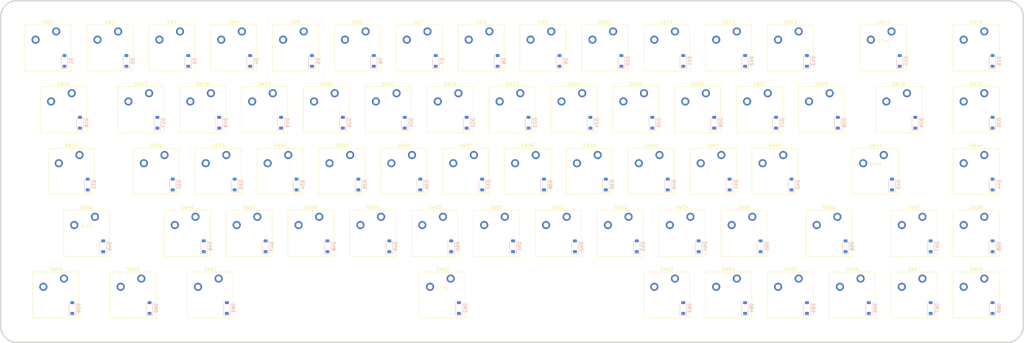
<source format=kicad_pcb>
(kicad_pcb (version 20240108) (generator "pcbnew") (generator_version "8.0")
  (layers (0 "F.Cu" signal) (31 "B.Cu" signal) (34 "B.Paste" user) (35 "F.Paste" user) (36 "B.SilkS" user "B.Silkscreen") (37 "F.SilkS" user "F.Silkscreen") (38 "B.Mask" user) (39 "F.Mask" user) (44 "Edge.Cuts" user))
  (net 0 "")
  (net 1 "COL10")
  (net 2 "COL11")
  (net 3 "COL12")
  (net 4 "COL13")
  (net 5 "COL14")
  (net 6 "COL15")
  (net 7 "COL16")
  (net 8 "COL17")
  (net 9 "COL18")
  (net 10 "COL3")
  (net 11 "COL4")
  (net 12 "COL5")
  (net 13 "COL6")
  (net 14 "COL7")
  (net 15 "COL8")
  (net 16 "COL9")
  (net 17 "N$1")
  (net 18 "N$10")
  (net 19 "N$11")
  (net 20 "N$12")
  (net 21 "N$13")
  (net 22 "N$14")
  (net 23 "N$15")
  (net 24 "N$16")
  (net 25 "N$17")
  (net 26 "N$18")
  (net 27 "N$19")
  (net 28 "N$2")
  (net 29 "N$20")
  (net 30 "N$21")
  (net 31 "N$22")
  (net 32 "N$23")
  (net 33 "N$24")
  (net 34 "N$25")
  (net 35 "N$26")
  (net 36 "N$27")
  (net 37 "N$28")
  (net 38 "N$29")
  (net 39 "N$3")
  (net 40 "N$30")
  (net 41 "N$31")
  (net 42 "N$32")
  (net 43 "N$33")
  (net 44 "N$34")
  (net 45 "N$35")
  (net 46 "N$36")
  (net 47 "N$37")
  (net 48 "N$38")
  (net 49 "N$39")
  (net 50 "N$4")
  (net 51 "N$40")
  (net 52 "N$41")
  (net 53 "N$42")
  (net 54 "N$43")
  (net 55 "N$44")
  (net 56 "N$45")
  (net 57 "N$46")
  (net 58 "N$47")
  (net 59 "N$48")
  (net 60 "N$49")
  (net 61 "N$5")
  (net 62 "N$50")
  (net 63 "N$51")
  (net 64 "N$52")
  (net 65 "N$53")
  (net 66 "N$54")
  (net 67 "N$55")
  (net 68 "N$56")
  (net 69 "N$57")
  (net 70 "N$58")
  (net 71 "N$59")
  (net 72 "N$6")
  (net 73 "N$60")
  (net 74 "N$61")
  (net 75 "N$62")
  (net 76 "N$63")
  (net 77 "N$64")
  (net 78 "N$65")
  (net 79 "N$66")
  (net 80 "N$67")
  (net 81 "N$68")
  (net 82 "N$7")
  (net 83 "N$8")
  (net 84 "N$9")
  (net 85 "ROW0")
  (net 86 "ROW1")
  (net 87 "ROW2")
  (net 88 "ROW3")
  (net 89 "ROW4")
  (footprint "SW_Cherry_MX_PCB_1.00u" (layer "F.Cu") (at 85.96662 95.5)
    (property "Reference" "SW33" (at 0 -8 0) (layer "F.SilkS"))
    (property "Value" "SW_Push")
    (pad "" np_thru_hole circle (at -5.08 0) (size 1.75 1.75) (drill 1.75) (layers "*.Cu" "*.Mask"))
    (pad "" np_thru_hole circle (at 0 0) (size 4 4) (drill 4) (layers "*.Cu" "*.Mask"))
    (pad "" np_thru_hole circle (at 5.08 0) (size 1.75 1.75) (drill 1.75) (layers "*.Cu" "*.Mask"))
    (pad "1" thru_hole circle (at -3.81 -2.54) (size 2.5 2.5) (drill 1.5) (layers "*.Cu" "*.Mask") (net 12 "COL5"))
    (pad "2" thru_hole circle (at 2.54 -5.08) (size 2.5 2.5) (drill 1.5) (layers "*.Cu" "*.Mask") (net 43 "N$33"))
  )
  (footprint "SW_Cherry_MX_PCB_1.00u" (layer "F.Cu") (at 319.32912 133.6)
    (property "Reference" "SW68" (at 0 -8 0) (layer "F.SilkS"))
    (property "Value" "SW_Push")
    (pad "" np_thru_hole circle (at -5.08 0) (size 1.75 1.75) (drill 1.75) (layers "*.Cu" "*.Mask"))
    (pad "" np_thru_hole circle (at 0 0) (size 4 4) (drill 4) (layers "*.Cu" "*.Mask"))
    (pad "" np_thru_hole circle (at 5.08 0) (size 1.75 1.75) (drill 1.75) (layers "*.Cu" "*.Mask"))
    (pad "1" thru_hole circle (at -3.81 -2.54) (size 2.5 2.5) (drill 1.5) (layers "*.Cu" "*.Mask") (net 9 "COL18"))
    (pad "2" thru_hole circle (at 2.54 -5.08) (size 2.5 2.5) (drill 1.5) (layers "*.Cu" "*.Mask") (net 81 "N$68"))
  )
  (footprint "Stabilizer_Cherry_MX_2.00u" (layer "F.Cu") (at 290.75412 57.4)
    (property "Reference" "ST14" (at 0 -2 0) (layer "F.SilkS"))
    (property "Value" "MountingHole")
    (pad "" np_thru_hole circle (at -11.938 -6.985) (size 3.048 3.048) (drill 3.048) (layers "*.Cu" "*.Mask"))
    (pad "" np_thru_hole circle (at -11.938 8.225) (size 3.9878 3.9878) (drill 3.9878) (layers "*.Cu" "*.Mask"))
    (pad "" np_thru_hole circle (at 11.938 -6.985) (size 3.048 3.048) (drill 3.048) (layers "*.Cu" "*.Mask"))
    (pad "" np_thru_hole circle (at 11.938 8.225) (size 3.9878 3.9878) (drill 3.9878) (layers "*.Cu" "*.Mask"))
  )
  (footprint "SW_Cherry_MX_PCB_1.00u" (layer "F.Cu") (at 200.26662 95.5)
    (property "Reference" "SW39" (at 0 -8 0) (layer "F.SilkS"))
    (property "Value" "SW_Push")
    (pad "" np_thru_hole circle (at -5.08 0) (size 1.75 1.75) (drill 1.75) (layers "*.Cu" "*.Mask"))
    (pad "" np_thru_hole circle (at 0 0) (size 4 4) (drill 4) (layers "*.Cu" "*.Mask"))
    (pad "" np_thru_hole circle (at 5.08 0) (size 1.75 1.75) (drill 1.75) (layers "*.Cu" "*.Mask"))
    (pad "1" thru_hole circle (at -3.81 -2.54) (size 2.5 2.5) (drill 1.5) (layers "*.Cu" "*.Mask") (net 2 "COL11"))
    (pad "2" thru_hole circle (at 2.54 -5.08) (size 2.5 2.5) (drill 1.5) (layers "*.Cu" "*.Mask") (net 49 "N$39"))
  )
  (footprint "SW_Cherry_MX_PCB_1.25u" (layer "F.Cu") (at 35.96037 133.6)
    (property "Reference" "SW59" (at 0 -8 0) (layer "F.SilkS"))
    (property "Value" "SW_Push")
    (pad "" np_thru_hole circle (at -5.08 0) (size 1.75 1.75) (drill 1.75) (layers "*.Cu" "*.Mask"))
    (pad "" np_thru_hole circle (at 0 0) (size 4 4) (drill 4) (layers "*.Cu" "*.Mask"))
    (pad "" np_thru_hole circle (at 5.08 0) (size 1.75 1.75) (drill 1.75) (layers "*.Cu" "*.Mask"))
    (pad "1" thru_hole circle (at -3.81 -2.54) (size 2.5 2.5) (drill 1.5) (layers "*.Cu" "*.Mask") (net 10 "COL3"))
    (pad "2" thru_hole circle (at 2.54 -5.08) (size 2.5 2.5) (drill 1.5) (layers "*.Cu" "*.Mask") (net 71 "N$59"))
  )
  (footprint "SW_Cherry_MX_PCB_1.00u" (layer "F.Cu") (at 281.22912 133.6)
    (property "Reference" "SW66" (at 0 -8 0) (layer "F.SilkS"))
    (property "Value" "SW_Push")
    (pad "" np_thru_hole circle (at -5.08 0) (size 1.75 1.75) (drill 1.75) (layers "*.Cu" "*.Mask"))
    (pad "" np_thru_hole circle (at 0 0) (size 4 4) (drill 4) (layers "*.Cu" "*.Mask"))
    (pad "" np_thru_hole circle (at 5.08 0) (size 1.75 1.75) (drill 1.75) (layers "*.Cu" "*.Mask"))
    (pad "1" thru_hole circle (at -3.81 -2.54) (size 2.5 2.5) (drill 1.5) (layers "*.Cu" "*.Mask") (net 7 "COL16"))
    (pad "2" thru_hole circle (at 2.54 -5.08) (size 2.5 2.5) (drill 1.5) (layers "*.Cu" "*.Mask") (net 79 "N$66"))
  )
  (footprint "SW_Cherry_MX_PCB_1.00u" (layer "F.Cu") (at 257.41662 95.5)
    (property "Reference" "SW42" (at 0 -8 0) (layer "F.SilkS"))
    (property "Value" "SW_Push")
    (pad "" np_thru_hole circle (at -5.08 0) (size 1.75 1.75) (drill 1.75) (layers "*.Cu" "*.Mask"))
    (pad "" np_thru_hole circle (at 0 0) (size 4 4) (drill 4) (layers "*.Cu" "*.Mask"))
    (pad "" np_thru_hole circle (at 5.08 0) (size 1.75 1.75) (drill 1.75) (layers "*.Cu" "*.Mask"))
    (pad "1" thru_hole circle (at -3.81 -2.54) (size 2.5 2.5) (drill 1.5) (layers "*.Cu" "*.Mask") (net 5 "COL14"))
    (pad "2" thru_hole circle (at 2.54 -5.08) (size 2.5 2.5) (drill 1.5) (layers "*.Cu" "*.Mask") (net 53 "N$42"))
  )
  (footprint "SW_Cherry_MX_PCB_1.00u" (layer "F.Cu") (at 143.11662 95.5)
    (property "Reference" "SW36" (at 0 -8 0) (layer "F.SilkS"))
    (property "Value" "SW_Push")
    (pad "" np_thru_hole circle (at -5.08 0) (size 1.75 1.75) (drill 1.75) (layers "*.Cu" "*.Mask"))
    (pad "" np_thru_hole circle (at 0 0) (size 4 4) (drill 4) (layers "*.Cu" "*.Mask"))
    (pad "" np_thru_hole circle (at 5.08 0) (size 1.75 1.75) (drill 1.75) (layers "*.Cu" "*.Mask"))
    (pad "1" thru_hole circle (at -3.81 -2.54) (size 2.5 2.5) (drill 1.5) (layers "*.Cu" "*.Mask") (net 15 "COL8"))
    (pad "2" thru_hole circle (at 2.54 -5.08) (size 2.5 2.5) (drill 1.5) (layers "*.Cu" "*.Mask") (net 46 "N$36"))
  )
  (footprint "SW_Cherry_MX_PCB_1.75u" (layer "F.Cu") (at 40.72287 95.5)
    (property "Reference" "SW31" (at 0 -8 0) (layer "F.SilkS"))
    (property "Value" "SW_Push")
    (pad "" np_thru_hole circle (at -5.08 0) (size 1.75 1.75) (drill 1.75) (layers "*.Cu" "*.Mask"))
    (pad "" np_thru_hole circle (at 0 0) (size 4 4) (drill 4) (layers "*.Cu" "*.Mask"))
    (pad "" np_thru_hole circle (at 5.08 0) (size 1.75 1.75) (drill 1.75) (layers "*.Cu" "*.Mask"))
    (pad "1" thru_hole circle (at -3.81 -2.54) (size 2.5 2.5) (drill 1.5) (layers "*.Cu" "*.Mask") (net 10 "COL3"))
    (pad "2" thru_hole circle (at 2.54 -5.08) (size 2.5 2.5) (drill 1.5) (layers "*.Cu" "*.Mask") (net 41 "N$31"))
  )
  (footprint "SW_Cherry_MX_PCB_1.00u" (layer "F.Cu") (at 100.25412 76.45)
    (property "Reference" "SW19" (at 0 -8 0) (layer "F.SilkS"))
    (property "Value" "SW_Push")
    (pad "" np_thru_hole circle (at -5.08 0) (size 1.75 1.75) (drill 1.75) (layers "*.Cu" "*.Mask"))
    (pad "" np_thru_hole circle (at 0 0) (size 4 4) (drill 4) (layers "*.Cu" "*.Mask"))
    (pad "" np_thru_hole circle (at 5.08 0) (size 1.75 1.75) (drill 1.75) (layers "*.Cu" "*.Mask"))
    (pad "1" thru_hole circle (at -3.81 -2.54) (size 2.5 2.5) (drill 1.5) (layers "*.Cu" "*.Mask") (net 13 "COL6"))
    (pad "2" thru_hole circle (at 2.54 -5.08) (size 2.5 2.5) (drill 1.5) (layers "*.Cu" "*.Mask") (net 27 "N$19"))
  )
  (footprint "SW_Cherry_MX_PCB_1.00u" (layer "F.Cu") (at 219.31662 95.5)
    (property "Reference" "SW40" (at 0 -8 0) (layer "F.SilkS"))
    (property "Value" "SW_Push")
    (pad "" np_thru_hole circle (at -5.08 0) (size 1.75 1.75) (drill 1.75) (layers "*.Cu" "*.Mask"))
    (pad "" np_thru_hole circle (at 0 0) (size 4 4) (drill 4) (layers "*.Cu" "*.Mask"))
    (pad "" np_thru_hole circle (at 5.08 0) (size 1.75 1.75) (drill 1.75) (layers "*.Cu" "*.Mask"))
    (pad "1" thru_hole circle (at -3.81 -2.54) (size 2.5 2.5) (drill 1.5) (layers "*.Cu" "*.Mask") (net 3 "COL12"))
    (pad "2" thru_hole circle (at 2.54 -5.08) (size 2.5 2.5) (drill 1.5) (layers "*.Cu" "*.Mask") (net 51 "N$40"))
  )
  (footprint "SW_Cherry_MX_PCB_1.00u" (layer "F.Cu") (at 190.74162 114.55)
    (property "Reference" "SW52" (at 0 -8 0) (layer "F.SilkS"))
    (property "Value" "SW_Push")
    (pad "" np_thru_hole circle (at -5.08 0) (size 1.75 1.75) (drill 1.75) (layers "*.Cu" "*.Mask"))
    (pad "" np_thru_hole circle (at 0 0) (size 4 4) (drill 4) (layers "*.Cu" "*.Mask"))
    (pad "" np_thru_hole circle (at 5.08 0) (size 1.75 1.75) (drill 1.75) (layers "*.Cu" "*.Mask"))
    (pad "1" thru_hole circle (at -3.81 -2.54) (size 2.5 2.5) (drill 1.5) (layers "*.Cu" "*.Mask") (net 2 "COL11"))
    (pad "2" thru_hole circle (at 2.54 -5.08) (size 2.5 2.5) (drill 1.5) (layers "*.Cu" "*.Mask") (net 64 "N$52"))
  )
  (footprint "SW_Cherry_MX_PCB_6.25u" (layer "F.Cu") (at 155.02287 133.6)
    (property "Reference" "SW62" (at 0 -8 0) (layer "F.SilkS"))
    (property "Value" "SW_Push")
    (pad "" np_thru_hole circle (at -5.08 0) (size 1.75 1.75) (drill 1.75) (layers "*.Cu" "*.Mask"))
    (pad "" np_thru_hole circle (at 0 0) (size 4 4) (drill 4) (layers "*.Cu" "*.Mask"))
    (pad "" np_thru_hole circle (at 5.08 0) (size 1.75 1.75) (drill 1.75) (layers "*.Cu" "*.Mask"))
    (pad "1" thru_hole circle (at -3.81 -2.54) (size 2.5 2.5) (drill 1.5) (layers "*.Cu" "*.Mask") (net 16 "COL9"))
    (pad "2" thru_hole circle (at 2.54 -5.08) (size 2.5 2.5) (drill 1.5) (layers "*.Cu" "*.Mask") (net 75 "N$62"))
  )
  (footprint "SW_Cherry_MX_PCB_1.00u" (layer "F.Cu") (at 185.97912 57.4)
    (property "Reference" "SW9" (at 0 -8 0) (layer "F.SilkS"))
    (property "Value" "SW_Push")
    (pad "" np_thru_hole circle (at -5.08 0) (size 1.75 1.75) (drill 1.75) (layers "*.Cu" "*.Mask"))
    (pad "" np_thru_hole circle (at 0 0) (size 4 4) (drill 4) (layers "*.Cu" "*.Mask"))
    (pad "" np_thru_hole circle (at 5.08 0) (size 1.75 1.75) (drill 1.75) (layers "*.Cu" "*.Mask"))
    (pad "1" thru_hole circle (at -3.81 -2.54) (size 2.5 2.5) (drill 1.5) (layers "*.Cu" "*.Mask") (net 2 "COL11"))
    (pad "2" thru_hole circle (at 2.54 -5.08) (size 2.5 2.5) (drill 1.5) (layers "*.Cu" "*.Mask") (net 84 "N$9"))
  )
  (footprint "Stabilizer_Cherry_MX_6.25u" (layer "F.Cu") (at 155.02287 133.6)
    (property "Reference" "ST62" (at 0 -2 0) (layer "F.SilkS"))
    (property "Value" "MountingHole")
    (pad "" np_thru_hole circle (at -50 -6.985) (size 3.048 3.048) (drill 3.048) (layers "*.Cu" "*.Mask"))
    (pad "" np_thru_hole circle (at -50 8.225) (size 3.9878 3.9878) (drill 3.9878) (layers "*.Cu" "*.Mask"))
    (pad "" np_thru_hole circle (at 50 -6.985) (size 3.048 3.048) (drill 3.048) (layers "*.Cu" "*.Mask"))
    (pad "" np_thru_hole circle (at 50 8.225) (size 3.9878 3.9878) (drill 3.9878) (layers "*.Cu" "*.Mask"))
  )
  (footprint "SW_Cherry_MX_PCB_1.00u" (layer "F.Cu") (at 162.16662 95.5)
    (property "Reference" "SW37" (at 0 -8 0) (layer "F.SilkS"))
    (property "Value" "SW_Push")
    (pad "" np_thru_hole circle (at -5.08 0) (size 1.75 1.75) (drill 1.75) (layers "*.Cu" "*.Mask"))
    (pad "" np_thru_hole circle (at 0 0) (size 4 4) (drill 4) (layers "*.Cu" "*.Mask"))
    (pad "" np_thru_hole circle (at 5.08 0) (size 1.75 1.75) (drill 1.75) (layers "*.Cu" "*.Mask"))
    (pad "1" thru_hole circle (at -3.81 -2.54) (size 2.5 2.5) (drill 1.5) (layers "*.Cu" "*.Mask") (net 16 "COL9"))
    (pad "2" thru_hole circle (at 2.54 -5.08) (size 2.5 2.5) (drill 1.5) (layers "*.Cu" "*.Mask") (net 47 "N$37"))
  )
  (footprint "SW_Cherry_MX_PCB_1.00u" (layer "F.Cu") (at 319.32912 76.45)
    (property "Reference" "SW30" (at 0 -8 0) (layer "F.SilkS"))
    (property "Value" "SW_Push")
    (pad "" np_thru_hole circle (at -5.08 0) (size 1.75 1.75) (drill 1.75) (layers "*.Cu" "*.Mask"))
    (pad "" np_thru_hole circle (at 0 0) (size 4 4) (drill 4) (layers "*.Cu" "*.Mask"))
    (pad "" np_thru_hole circle (at 5.08 0) (size 1.75 1.75) (drill 1.75) (layers "*.Cu" "*.Mask"))
    (pad "1" thru_hole circle (at -3.81 -2.54) (size 2.5 2.5) (drill 1.5) (layers "*.Cu" "*.Mask") (net 9 "COL18"))
    (pad "2" thru_hole circle (at 2.54 -5.08) (size 2.5 2.5) (drill 1.5) (layers "*.Cu" "*.Mask") (net 40 "N$30"))
  )
  (footprint "SW_Cherry_MX_PCB_1.00u" (layer "F.Cu") (at 300.27912 133.6)
    (property "Reference" "SW67" (at 0 -8 0) (layer "F.SilkS"))
    (property "Value" "SW_Push")
    (pad "" np_thru_hole circle (at -5.08 0) (size 1.75 1.75) (drill 1.75) (layers "*.Cu" "*.Mask"))
    (pad "" np_thru_hole circle (at 0 0) (size 4 4) (drill 4) (layers "*.Cu" "*.Mask"))
    (pad "" np_thru_hole circle (at 5.08 0) (size 1.75 1.75) (drill 1.75) (layers "*.Cu" "*.Mask"))
    (pad "1" thru_hole circle (at -3.81 -2.54) (size 2.5 2.5) (drill 1.5) (layers "*.Cu" "*.Mask") (net 8 "COL17"))
    (pad "2" thru_hole circle (at 2.54 -5.08) (size 2.5 2.5) (drill 1.5) (layers "*.Cu" "*.Mask") (net 80 "N$67"))
  )
  (footprint "SW_Cherry_MX_PCB_1.25u" (layer "F.Cu") (at 59.77287 133.6)
    (property "Reference" "SW60" (at 0 -8 0) (layer "F.SilkS"))
    (property "Value" "SW_Push")
    (pad "" np_thru_hole circle (at -5.08 0) (size 1.75 1.75) (drill 1.75) (layers "*.Cu" "*.Mask"))
    (pad "" np_thru_hole circle (at 0 0) (size 4 4) (drill 4) (layers "*.Cu" "*.Mask"))
    (pad "" np_thru_hole circle (at 5.08 0) (size 1.75 1.75) (drill 1.75) (layers "*.Cu" "*.Mask"))
    (pad "1" thru_hole circle (at -3.81 -2.54) (size 2.5 2.5) (drill 1.5) (layers "*.Cu" "*.Mask") (net 11 "COL4"))
    (pad "2" thru_hole circle (at 2.54 -5.08) (size 2.5 2.5) (drill 1.5) (layers "*.Cu" "*.Mask") (net 73 "N$60"))
  )
  (footprint "SW_Cherry_MX_PCB_1.00u" (layer "F.Cu") (at 138.35412 76.45)
    (property "Reference" "SW21" (at 0 -8 0) (layer "F.SilkS"))
    (property "Value" "SW_Push")
    (pad "" np_thru_hole circle (at -5.08 0) (size 1.75 1.75) (drill 1.75) (layers "*.Cu" "*.Mask"))
    (pad "" np_thru_hole circle (at 0 0) (size 4 4) (drill 4) (layers "*.Cu" "*.Mask"))
    (pad "" np_thru_hole circle (at 5.08 0) (size 1.75 1.75) (drill 1.75) (layers "*.Cu" "*.Mask"))
    (pad "1" thru_hole circle (at -3.81 -2.54) (size 2.5 2.5) (drill 1.5) (layers "*.Cu" "*.Mask") (net 15 "COL8"))
    (pad "2" thru_hole circle (at 2.54 -5.08) (size 2.5 2.5) (drill 1.5) (layers "*.Cu" "*.Mask") (net 30 "N$21"))
  )
  (footprint "SW_Cherry_MX_PCB_1.00u" (layer "F.Cu") (at 152.64162 114.55)
    (property "Reference" "SW50" (at 0 -8 0) (layer "F.SilkS"))
    (property "Value" "SW_Push")
    (pad "" np_thru_hole circle (at -5.08 0) (size 1.75 1.75) (drill 1.75) (layers "*.Cu" "*.Mask"))
    (pad "" np_thru_hole circle (at 0 0) (size 4 4) (drill 4) (layers "*.Cu" "*.Mask"))
    (pad "" np_thru_hole circle (at 5.08 0) (size 1.75 1.75) (drill 1.75) (layers "*.Cu" "*.Mask"))
    (pad "1" thru_hole circle (at -3.81 -2.54) (size 2.5 2.5) (drill 1.5) (layers "*.Cu" "*.Mask") (net 16 "COL9"))
    (pad "2" thru_hole circle (at 2.54 -5.08) (size 2.5 2.5) (drill 1.5) (layers "*.Cu" "*.Mask") (net 62 "N$50"))
  )
  (footprint "SW_Cherry_MX_PCB_1.00u" (layer "F.Cu") (at 214.55412 76.45)
    (property "Reference" "SW25" (at 0 -8 0) (layer "F.SilkS"))
    (property "Value" "SW_Push")
    (pad "" np_thru_hole circle (at -5.08 0) (size 1.75 1.75) (drill 1.75) (layers "*.Cu" "*.Mask"))
    (pad "" np_thru_hole circle (at 0 0) (size 4 4) (drill 4) (layers "*.Cu" "*.Mask"))
    (pad "" np_thru_hole circle (at 5.08 0) (size 1.75 1.75) (drill 1.75) (layers "*.Cu" "*.Mask"))
    (pad "1" thru_hole circle (at -3.81 -2.54) (size 2.5 2.5) (drill 1.5) (layers "*.Cu" "*.Mask") (net 3 "COL12"))
    (pad "2" thru_hole circle (at 2.54 -5.08) (size 2.5 2.5) (drill 1.5) (layers "*.Cu" "*.Mask") (net 34 "N$25"))
  )
  (footprint "SW_Cherry_MX_PCB_1.00u" (layer "F.Cu") (at 319.32912 114.55)
    (property "Reference" "SW58" (at 0 -8 0) (layer "F.SilkS"))
    (property "Value" "SW_Push")
    (pad "" np_thru_hole circle (at -5.08 0) (size 1.75 1.75) (drill 1.75) (layers "*.Cu" "*.Mask"))
    (pad "" np_thru_hole circle (at 0 0) (size 4 4) (drill 4) (layers "*.Cu" "*.Mask"))
    (pad "" np_thru_hole circle (at 5.08 0) (size 1.75 1.75) (drill 1.75) (layers "*.Cu" "*.Mask"))
    (pad "1" thru_hole circle (at -3.81 -2.54) (size 2.5 2.5) (drill 1.5) (layers "*.Cu" "*.Mask") (net 9 "COL18"))
    (pad "2" thru_hole circle (at 2.54 -5.08) (size 2.5 2.5) (drill 1.5) (layers "*.Cu" "*.Mask") (net 70 "N$58"))
  )
  (footprint "SW_Cherry_MX_PCB_1.00u" (layer "F.Cu") (at 71.67912 57.4)
    (property "Reference" "SW3" (at 0 -8 0) (layer "F.SilkS"))
    (property "Value" "SW_Push")
    (pad "" np_thru_hole circle (at -5.08 0) (size 1.75 1.75) (drill 1.75) (layers "*.Cu" "*.Mask"))
    (pad "" np_thru_hole circle (at 0 0) (size 4 4) (drill 4) (layers "*.Cu" "*.Mask"))
    (pad "" np_thru_hole circle (at 5.08 0) (size 1.75 1.75) (drill 1.75) (layers "*.Cu" "*.Mask"))
    (pad "1" thru_hole circle (at -3.81 -2.54) (size 2.5 2.5) (drill 1.5) (layers "*.Cu" "*.Mask") (net 12 "COL5"))
    (pad "2" thru_hole circle (at 2.54 -5.08) (size 2.5 2.5) (drill 1.5) (layers "*.Cu" "*.Mask") (net 39 "N$3"))
  )
  (footprint "SW_Cherry_MX_PCB_1.00u" (layer "F.Cu") (at 238.36662 95.5)
    (property "Reference" "SW41" (at 0 -8 0) (layer "F.SilkS"))
    (property "Value" "SW_Push")
    (pad "" np_thru_hole circle (at -5.08 0) (size 1.75 1.75) (drill 1.75) (layers "*.Cu" "*.Mask"))
    (pad "" np_thru_hole circle (at 0 0) (size 4 4) (drill 4) (layers "*.Cu" "*.Mask"))
    (pad "" np_thru_hole circle (at 5.08 0) (size 1.75 1.75) (drill 1.75) (layers "*.Cu" "*.Mask"))
    (pad "1" thru_hole circle (at -3.81 -2.54) (size 2.5 2.5) (drill 1.5) (layers "*.Cu" "*.Mask") (net 4 "COL13"))
    (pad "2" thru_hole circle (at 2.54 -5.08) (size 2.5 2.5) (drill 1.5) (layers "*.Cu" "*.Mask") (net 52 "N$41"))
  )
  (footprint "SW_Cherry_MX_PCB_1.00u" (layer "F.Cu") (at 300.27912 114.55)
    (property "Reference" "SW57" (at 0 -8 0) (layer "F.SilkS"))
    (property "Value" "SW_Push")
    (pad "" np_thru_hole circle (at -5.08 0) (size 1.75 1.75) (drill 1.75) (layers "*.Cu" "*.Mask"))
    (pad "" np_thru_hole circle (at 0 0) (size 4 4) (drill 4) (layers "*.Cu" "*.Mask"))
    (pad "" np_thru_hole circle (at 5.08 0) (size 1.75 1.75) (drill 1.75) (layers "*.Cu" "*.Mask"))
    (pad "1" thru_hole circle (at -3.81 -2.54) (size 2.5 2.5) (drill 1.5) (layers "*.Cu" "*.Mask") (net 8 "COL17"))
    (pad "2" thru_hole circle (at 2.54 -5.08) (size 2.5 2.5) (drill 1.5) (layers "*.Cu" "*.Mask") (net 69 "N$57"))
  )
  (footprint "SW_Cherry_MX_PCB_2.25u" (layer "F.Cu") (at 45.48537 114.55)
    (property "Reference" "SW45" (at 0 -8 0) (layer "F.SilkS"))
    (property "Value" "SW_Push")
    (pad "" np_thru_hole circle (at -5.08 0) (size 1.75 1.75) (drill 1.75) (layers "*.Cu" "*.Mask"))
    (pad "" np_thru_hole circle (at 0 0) (size 4 4) (drill 4) (layers "*.Cu" "*.Mask"))
    (pad "" np_thru_hole circle (at 5.08 0) (size 1.75 1.75) (drill 1.75) (layers "*.Cu" "*.Mask"))
    (pad "1" thru_hole circle (at -3.81 -2.54) (size 2.5 2.5) (drill 1.5) (layers "*.Cu" "*.Mask") (net 10 "COL3"))
    (pad "2" thru_hole circle (at 2.54 -5.08) (size 2.5 2.5) (drill 1.5) (layers "*.Cu" "*.Mask") (net 56 "N$45"))
  )
  (footprint "SW_Cherry_MX_PCB_1.00u" (layer "F.Cu") (at 76.44162 114.55)
    (property "Reference" "SW46" (at 0 -8 0) (layer "F.SilkS"))
    (property "Value" "SW_Push")
    (pad "" np_thru_hole circle (at -5.08 0) (size 1.75 1.75) (drill 1.75) (layers "*.Cu" "*.Mask"))
    (pad "" np_thru_hole circle (at 0 0) (size 4 4) (drill 4) (layers "*.Cu" "*.Mask"))
    (pad "" np_thru_hole circle (at 5.08 0) (size 1.75 1.75) (drill 1.75) (layers "*.Cu" "*.Mask"))
    (pad "1" thru_hole circle (at -3.81 -2.54) (size 2.5 2.5) (drill 1.5) (layers "*.Cu" "*.Mask") (net 12 "COL5"))
    (pad "2" thru_hole circle (at 2.54 -5.08) (size 2.5 2.5) (drill 1.5) (layers "*.Cu" "*.Mask") (net 57 "N$46"))
  )
  (footprint "SW_Cherry_MX_PCB_1.00u" (layer "F.Cu") (at 119.30412 76.45)
    (property "Reference" "SW20" (at 0 -8 0) (layer "F.SilkS"))
    (property "Value" "SW_Push")
    (pad "" np_thru_hole circle (at -5.08 0) (size 1.75 1.75) (drill 1.75) (layers "*.Cu" "*.Mask"))
    (pad "" np_thru_hole circle (at 0 0) (size 4 4) (drill 4) (layers "*.Cu" "*.Mask"))
    (pad "" np_thru_hole circle (at 5.08 0) (size 1.75 1.75) (drill 1.75) (layers "*.Cu" "*.Mask"))
    (pad "1" thru_hole circle (at -3.81 -2.54) (size 2.5 2.5) (drill 1.5) (layers "*.Cu" "*.Mask") (net 14 "COL7"))
    (pad "2" thru_hole circle (at 2.54 -5.08) (size 2.5 2.5) (drill 1.5) (layers "*.Cu" "*.Mask") (net 29 "N$20"))
  )
  (footprint "SW_Cherry_MX_PCB_1.00u" (layer "F.Cu") (at 228.84162 114.55)
    (property "Reference" "SW54" (at 0 -8 0) (layer "F.SilkS"))
    (property "Value" "SW_Push")
    (pad "" np_thru_hole circle (at -5.08 0) (size 1.75 1.75) (drill 1.75) (layers "*.Cu" "*.Mask"))
    (pad "" np_thru_hole circle (at 0 0) (size 4 4) (drill 4) (layers "*.Cu" "*.Mask"))
    (pad "" np_thru_hole circle (at 5.08 0) (size 1.75 1.75) (drill 1.75) (layers "*.Cu" "*.Mask"))
    (pad "1" thru_hole circle (at -3.81 -2.54) (size 2.5 2.5) (drill 1.5) (layers "*.Cu" "*.Mask") (net 4 "COL13"))
    (pad "2" thru_hole circle (at 2.54 -5.08) (size 2.5 2.5) (drill 1.5) (layers "*.Cu" "*.Mask") (net 66 "N$54"))
  )
  (footprint "SW_Cherry_MX_PCB_1.00u" (layer "F.Cu") (at 52.62912 57.4)
    (property "Reference" "SW2" (at 0 -8 0) (layer "F.SilkS"))
    (property "Value" "SW_Push")
    (pad "" np_thru_hole circle (at -5.08 0) (size 1.75 1.75) (drill 1.75) (layers "*.Cu" "*.Mask"))
    (pad "" np_thru_hole circle (at 0 0) (size 4 4) (drill 4) (layers "*.Cu" "*.Mask"))
    (pad "" np_thru_hole circle (at 5.08 0) (size 1.75 1.75) (drill 1.75) (layers "*.Cu" "*.Mask"))
    (pad "1" thru_hole circle (at -3.81 -2.54) (size 2.5 2.5) (drill 1.5) (layers "*.Cu" "*.Mask") (net 11 "COL4"))
    (pad "2" thru_hole circle (at 2.54 -5.08) (size 2.5 2.5) (drill 1.5) (layers "*.Cu" "*.Mask") (net 28 "N$2"))
  )
  (footprint "SW_Cherry_MX_PCB_1.00u" (layer "F.Cu") (at 124.06662 95.5)
    (property "Reference" "SW35" (at 0 -8 0) (layer "F.SilkS"))
    (property "Value" "SW_Push")
    (pad "" np_thru_hole circle (at -5.08 0) (size 1.75 1.75) (drill 1.75) (layers "*.Cu" "*.Mask"))
    (pad "" np_thru_hole circle (at 0 0) (size 4 4) (drill 4) (layers "*.Cu" "*.Mask"))
    (pad "" np_thru_hole circle (at 5.08 0) (size 1.75 1.75) (drill 1.75) (layers "*.Cu" "*.Mask"))
    (pad "1" thru_hole circle (at -3.81 -2.54) (size 2.5 2.5) (drill 1.5) (layers "*.Cu" "*.Mask") (net 14 "COL7"))
    (pad "2" thru_hole circle (at 2.54 -5.08) (size 2.5 2.5) (drill 1.5) (layers "*.Cu" "*.Mask") (net 45 "N$35"))
  )
  (footprint "SW_Cherry_MX_PCB_1.00u" (layer "F.Cu") (at 176.45412 76.45)
    (property "Reference" "SW23" (at 0 -8 0) (layer "F.SilkS"))
    (property "Value" "SW_Push")
    (pad "" np_thru_hole circle (at -5.08 0) (size 1.75 1.75) (drill 1.75) (layers "*.Cu" "*.Mask"))
    (pad "" np_thru_hole circle (at 0 0) (size 4 4) (drill 4) (layers "*.Cu" "*.Mask"))
    (pad "" np_thru_hole circle (at 5.08 0) (size 1.75 1.75) (drill 1.75) (layers "*.Cu" "*.Mask"))
    (pad "1" thru_hole circle (at -3.81 -2.54) (size 2.5 2.5) (drill 1.5) (layers "*.Cu" "*.Mask") (net 1 "COL10"))
    (pad "2" thru_hole circle (at 2.54 -5.08) (size 2.5 2.5) (drill 1.5) (layers "*.Cu" "*.Mask") (net 32 "N$23"))
  )
  (footprint "SW_Cherry_MX_PCB_1.00u" (layer "F.Cu") (at 243.12912 133.6)
    (property "Reference" "SW64" (at 0 -8 0) (layer "F.SilkS"))
    (property "Value" "SW_Push")
    (pad "" np_thru_hole circle (at -5.08 0) (size 1.75 1.75) (drill 1.75) (layers "*.Cu" "*.Mask"))
    (pad "" np_thru_hole circle (at 0 0) (size 4 4) (drill 4) (layers "*.Cu" "*.Mask"))
    (pad "" np_thru_hole circle (at 5.08 0) (size 1.75 1.75) (drill 1.75) (layers "*.Cu" "*.Mask"))
    (pad "1" thru_hole circle (at -3.81 -2.54) (size 2.5 2.5) (drill 1.5) (layers "*.Cu" "*.Mask") (net 5 "COL14"))
    (pad "2" thru_hole circle (at 2.54 -5.08) (size 2.5 2.5) (drill 1.5) (layers "*.Cu" "*.Mask") (net 77 "N$64"))
  )
  (footprint "SW_Cherry_MX_PCB_1.75u" (layer "F.Cu") (at 274.08537 114.55)
    (property "Reference" "SW56" (at 0 -8 0) (layer "F.SilkS"))
    (property "Value" "SW_Push")
    (pad "" np_thru_hole circle (at -5.08 0) (size 1.75 1.75) (drill 1.75) (layers "*.Cu" "*.Mask"))
    (pad "" np_thru_hole circle (at 0 0) (size 4 4) (drill 4) (layers "*.Cu" "*.Mask"))
    (pad "" np_thru_hole circle (at 5.08 0) (size 1.75 1.75) (drill 1.75) (layers "*.Cu" "*.Mask"))
    (pad "1" thru_hole circle (at -3.81 -2.54) (size 2.5 2.5) (drill 1.5) (layers "*.Cu" "*.Mask") (net 6 "COL15"))
    (pad "2" thru_hole circle (at 2.54 -5.08) (size 2.5 2.5) (drill 1.5) (layers "*.Cu" "*.Mask") (net 68 "N$56"))
  )
  (footprint "SW_Cherry_MX_PCB_1.00u" (layer "F.Cu") (at 157.40412 76.45)
    (property "Reference" "SW22" (at 0 -8 0) (layer "F.SilkS"))
    (property "Value" "SW_Push")
    (pad "" np_thru_hole circle (at -5.08 0) (size 1.75 1.75) (drill 1.75) (layers "*.Cu" "*.Mask"))
    (pad "" np_thru_hole circle (at 0 0) (size 4 4) (drill 4) (layers "*.Cu" "*.Mask"))
    (pad "" np_thru_hole circle (at 5.08 0) (size 1.75 1.75) (drill 1.75) (layers "*.Cu" "*.Mask"))
    (pad "1" thru_hole circle (at -3.81 -2.54) (size 2.5 2.5) (drill 1.5) (layers "*.Cu" "*.Mask") (net 16 "COL9"))
    (pad "2" thru_hole circle (at 2.54 -5.08) (size 2.5 2.5) (drill 1.5) (layers "*.Cu" "*.Mask") (net 31 "N$22"))
  )
  (footprint "SW_Cherry_MX_PCB_1.00u" (layer "F.Cu") (at 109.77912 57.4)
    (property "Reference" "SW5" (at 0 -8 0) (layer "F.SilkS"))
    (property "Value" "SW_Push")
    (pad "" np_thru_hole circle (at -5.08 0) (size 1.75 1.75) (drill 1.75) (layers "*.Cu" "*.Mask"))
    (pad "" np_thru_hole circle (at 0 0) (size 4 4) (drill 4) (layers "*.Cu" "*.Mask"))
    (pad "" np_thru_hole circle (at 5.08 0) (size 1.75 1.75) (drill 1.75) (layers "*.Cu" "*.Mask"))
    (pad "1" thru_hole circle (at -3.81 -2.54) (size 2.5 2.5) (drill 1.5) (layers "*.Cu" "*.Mask") (net 14 "COL7"))
    (pad "2" thru_hole circle (at 2.54 -5.08) (size 2.5 2.5) (drill 1.5) (layers "*.Cu" "*.Mask") (net 61 "N$5"))
  )
  (footprint "SW_Cherry_MX_PCB_1.00u" (layer "F.Cu") (at 133.59162 114.55)
    (property "Reference" "SW49" (at 0 -8 0) (layer "F.SilkS"))
    (property "Value" "SW_Push")
    (pad "" np_thru_hole circle (at -5.08 0) (size 1.75 1.75) (drill 1.75) (layers "*.Cu" "*.Mask"))
    (pad "" np_thru_hole circle (at 0 0) (size 4 4) (drill 4) (layers "*.Cu" "*.Mask"))
    (pad "" np_thru_hole circle (at 5.08 0) (size 1.75 1.75) (drill 1.75) (layers "*.Cu" "*.Mask"))
    (pad "1" thru_hole circle (at -3.81 -2.54) (size 2.5 2.5) (drill 1.5) (layers "*.Cu" "*.Mask") (net 15 "COL8"))
    (pad "2" thru_hole circle (at 2.54 -5.08) (size 2.5 2.5) (drill 1.5) (layers "*.Cu" "*.Mask") (net 60 "N$49"))
  )
  (footprint "SW_Cherry_MX_PCB_1.25u" (layer "F.Cu") (at 83.58537 133.6)
    (property "Reference" "SW61" (at 0 -8 0) (layer "F.SilkS"))
    (property "Value" "SW_Push")
    (pad "" np_thru_hole circle (at -5.08 0) (size 1.75 1.75) (drill 1.75) (layers "*.Cu" "*.Mask"))
    (pad "" np_thru_hole circle (at 0 0) (size 4 4) (drill 4) (layers "*.Cu" "*.Mask"))
    (pad "" np_thru_hole circle (at 5.08 0) (size 1.75 1.75) (drill 1.75) (layers "*.Cu" "*.Mask"))
    (pad "1" thru_hole circle (at -3.81 -2.54) (size 2.5 2.5) (drill 1.5) (layers "*.Cu" "*.Mask") (net 12 "COL5"))
    (pad "2" thru_hole circle (at 2.54 -5.08) (size 2.5 2.5) (drill 1.5) (layers "*.Cu" "*.Mask") (net 74 "N$61"))
  )
  (footprint "SW_Cherry_MX_PCB_1.00u" (layer "F.Cu") (at 224.07912 133.6)
    (property "Reference" "SW63" (at 0 -8 0) (layer "F.SilkS"))
    (property "Value" "SW_Push")
    (pad "" np_thru_hole circle (at -5.08 0) (size 1.75 1.75) (drill 1.75) (layers "*.Cu" "*.Mask"))
    (pad "" np_thru_hole circle (at 0 0) (size 4 4) (drill 4) (layers "*.Cu" "*.Mask"))
    (pad "" np_thru_hole circle (at 5.08 0) (size 1.75 1.75) (drill 1.75) (layers "*.Cu" "*.Mask"))
    (pad "1" thru_hole circle (at -3.81 -2.54) (size 2.5 2.5) (drill 1.5) (layers "*.Cu" "*.Mask") (net 4 "COL13"))
    (pad "2" thru_hole circle (at 2.54 -5.08) (size 2.5 2.5) (drill 1.5) (layers "*.Cu" "*.Mask") (net 76 "N$63"))
  )
  (footprint "SW_Cherry_MX_PCB_1.00u" (layer "F.Cu") (at 147.87912 57.4)
    (property "Reference" "SW7" (at 0 -8 0) (layer "F.SilkS"))
    (property "Value" "SW_Push")
    (pad "" np_thru_hole circle (at -5.08 0) (size 1.75 1.75) (drill 1.75) (layers "*.Cu" "*.Mask"))
    (pad "" np_thru_hole circle (at 0 0) (size 4 4) (drill 4) (layers "*.Cu" "*.Mask"))
    (pad "" np_thru_hole circle (at 5.08 0) (size 1.75 1.75) (drill 1.75) (layers "*.Cu" "*.Mask"))
    (pad "1" thru_hole circle (at -3.81 -2.54) (size 2.5 2.5) (drill 1.5) (layers "*.Cu" "*.Mask") (net 16 "COL9"))
    (pad "2" thru_hole circle (at 2.54 -5.08) (size 2.5 2.5) (drill 1.5) (layers "*.Cu" "*.Mask") (net 82 "N$7"))
  )
  (footprint "SW_Cherry_MX_PCB_1.00u" (layer "F.Cu") (at 271.70412 76.45)
    (property "Reference" "SW28" (at 0 -8 0) (layer "F.SilkS"))
    (property "Value" "SW_Push")
    (pad "" np_thru_hole circle (at -5.08 0) (size 1.75 1.75) (drill 1.75) (layers "*.Cu" "*.Mask"))
    (pad "" np_thru_hole circle (at 0 0) (size 4 4) (drill 4) (layers "*.Cu" "*.Mask"))
    (pad "" np_thru_hole circle (at 5.08 0) (size 1.75 1.75) (drill 1.75) (layers "*.Cu" "*.Mask"))
    (pad "1" thru_hole circle (at -3.81 -2.54) (size 2.5 2.5) (drill 1.5) (layers "*.Cu" "*.Mask") (net 6 "COL15"))
    (pad "2" thru_hole circle (at 2.54 -5.08) (size 2.5 2.5) (drill 1.5) (layers "*.Cu" "*.Mask") (net 37 "N$28"))
  )
  (footprint "SW_Cherry_MX_PCB_1.00u" (layer "F.Cu") (at 209.79162 114.55)
    (property "Reference" "SW53" (at 0 -8 0) (layer "F.SilkS"))
    (property "Value" "SW_Push")
    (pad "" np_thru_hole circle (at -5.08 0) (size 1.75 1.75) (drill 1.75) (layers "*.Cu" "*.Mask"))
    (pad "" np_thru_hole circle (at 0 0) (size 4 4) (drill 4) (layers "*.Cu" "*.Mask"))
    (pad "" np_thru_hole circle (at 5.08 0) (size 1.75 1.75) (drill 1.75) (layers "*.Cu" "*.Mask"))
    (pad "1" thru_hole circle (at -3.81 -2.54) (size 2.5 2.5) (drill 1.5) (layers "*.Cu" "*.Mask") (net 3 "COL12"))
    (pad "2" thru_hole circle (at 2.54 -5.08) (size 2.5 2.5) (drill 1.5) (layers "*.Cu" "*.Mask") (net 65 "N$53"))
  )
  (footprint "SW_Cherry_MX_PCB_1.00u" (layer "F.Cu") (at 90.72912 57.4)
    (property "Reference" "SW4" (at 0 -8 0) (layer "F.SilkS"))
    (property "Value" "SW_Push")
    (pad "" np_thru_hole circle (at -5.08 0) (size 1.75 1.75) (drill 1.75) (layers "*.Cu" "*.Mask"))
    (pad "" np_thru_hole circle (at 0 0) (size 4 4) (drill 4) (layers "*.Cu" "*.Mask"))
    (pad "" np_thru_hole circle (at 5.08 0) (size 1.75 1.75) (drill 1.75) (layers "*.Cu" "*.Mask"))
    (pad "1" thru_hole circle (at -3.81 -2.54) (size 2.5 2.5) (drill 1.5) (layers "*.Cu" "*.Mask") (net 13 "COL6"))
    (pad "2" thru_hole circle (at 2.54 -5.08) (size 2.5 2.5) (drill 1.5) (layers "*.Cu" "*.Mask") (net 50 "N$4"))
  )
  (footprint "SW_Cherry_MX_PCB_1.00u" (layer "F.Cu") (at 205.02912 57.4)
    (property "Reference" "SW10" (at 0 -8 0) (layer "F.SilkS"))
    (property "Value" "SW_Push")
    (pad "" np_thru_hole circle (at -5.08 0) (size 1.75 1.75) (drill 1.75) (layers "*.Cu" "*.Mask"))
    (pad "" np_thru_hole circle (at 0 0) (size 4 4) (drill 4) (layers "*.Cu" "*.Mask"))
    (pad "" np_thru_hole circle (at 5.08 0) (size 1.75 1.75) (drill 1.75) (layers "*.Cu" "*.Mask"))
    (pad "1" thru_hole circle (at -3.81 -2.54) (size 2.5 2.5) (drill 1.5) (layers "*.Cu" "*.Mask") (net 3 "COL12"))
    (pad "2" thru_hole circle (at 2.54 -5.08) (size 2.5 2.5) (drill 1.5) (layers "*.Cu" "*.Mask") (net 18 "N$10"))
  )
  (footprint "SW_Cherry_MX_PCB_2.00u" (layer "F.Cu") (at 290.75412 57.4)
    (property "Reference" "SW14" (at 0 -8 0) (layer "F.SilkS"))
    (property "Value" "SW_Push")
    (pad "" np_thru_hole circle (at -5.08 0) (size 1.75 1.75) (drill 1.75) (layers "*.Cu" "*.Mask"))
    (pad "" np_thru_hole circle (at 0 0) (size 4 4) (drill 4) (layers "*.Cu" "*.Mask"))
    (pad "" np_thru_hole circle (at 5.08 0) (size 1.75 1.75) (drill 1.75) (layers "*.Cu" "*.Mask"))
    (pad "1" thru_hole circle (at -3.81 -2.54) (size 2.5 2.5) (drill 1.5) (layers "*.Cu" "*.Mask") (net 7 "COL16"))
    (pad "2" thru_hole circle (at 2.54 -5.08) (size 2.5 2.5) (drill 1.5) (layers "*.Cu" "*.Mask") (net 22 "N$14"))
  )
  (footprint "SW_Cherry_MX_PCB_1.00u" (layer "F.Cu") (at 252.65412 76.45)
    (property "Reference" "SW27" (at 0 -8 0) (layer "F.SilkS"))
    (property "Value" "SW_Push")
    (pad "" np_thru_hole circle (at -5.08 0) (size 1.75 1.75) (drill 1.75) (layers "*.Cu" "*.Mask"))
    (pad "" np_thru_hole circle (at 0 0) (size 4 4) (drill 4) (layers "*.Cu" "*.Mask"))
    (pad "" np_thru_hole circle (at 5.08 0) (size 1.75 1.75) (drill 1.75) (layers "*.Cu" "*.Mask"))
    (pad "1" thru_hole circle (at -3.81 -2.54) (size 2.5 2.5) (drill 1.5) (layers "*.Cu" "*.Mask") (net 5 "COL14"))
    (pad "2" thru_hole circle (at 2.54 -5.08) (size 2.5 2.5) (drill 1.5) (layers "*.Cu" "*.Mask") (net 36 "N$27"))
  )
  (footprint "SW_Cherry_MX_PCB_1.00u" (layer "F.Cu") (at 262.17912 133.6)
    (property "Reference" "SW65" (at 0 -8 0) (layer "F.SilkS"))
    (property "Value" "SW_Push")
    (pad "" np_thru_hole circle (at -5.08 0) (size 1.75 1.75) (drill 1.75) (layers "*.Cu" "*.Mask"))
    (pad "" np_thru_hole circle (at 0 0) (size 4 4) (drill 4) (layers "*.Cu" "*.Mask"))
    (pad "" np_thru_hole circle (at 5.08 0) (size 1.75 1.75) (drill 1.75) (layers "*.Cu" "*.Mask"))
    (pad "1" thru_hole circle (at -3.81 -2.54) (size 2.5 2.5) (drill 1.5) (layers "*.Cu" "*.Mask") (net 6 "COL15"))
    (pad "2" thru_hole circle (at 2.54 -5.08) (size 2.5 2.5) (drill 1.5) (layers "*.Cu" "*.Mask") (net 78 "N$65"))
  )
  (footprint "SW_Cherry_MX_PCB_1.00u" (layer "F.Cu") (at 224.07912 57.4)
    (property "Reference" "SW11" (at 0 -8 0) (layer "F.SilkS"))
    (property "Value" "SW_Push")
    (pad "" np_thru_hole circle (at -5.08 0) (size 1.75 1.75) (drill 1.75) (layers "*.Cu" "*.Mask"))
    (pad "" np_thru_hole circle (at 0 0) (size 4 4) (drill 4) (layers "*.Cu" "*.Mask"))
    (pad "" np_thru_hole circle (at 5.08 0) (size 1.75 1.75) (drill 1.75) (layers "*.Cu" "*.Mask"))
    (pad "1" thru_hole circle (at -3.81 -2.54) (size 2.5 2.5) (drill 1.5) (layers "*.Cu" "*.Mask") (net 4 "COL13"))
    (pad "2" thru_hole circle (at 2.54 -5.08) (size 2.5 2.5) (drill 1.5) (layers "*.Cu" "*.Mask") (net 19 "N$11"))
  )
  (footprint "SW_Cherry_MX_PCB_1.00u" (layer "F.Cu") (at 95.49162 114.55)
    (property "Reference" "SW47" (at 0 -8 0) (layer "F.SilkS"))
    (property "Value" "SW_Push")
    (pad "" np_thru_hole circle (at -5.08 0) (size 1.75 1.75) (drill 1.75) (layers "*.Cu" "*.Mask"))
    (pad "" np_thru_hole circle (at 0 0) (size 4 4) (drill 4) (layers "*.Cu" "*.Mask"))
    (pad "" np_thru_hole circle (at 5.08 0) (size 1.75 1.75) (drill 1.75) (layers "*.Cu" "*.Mask"))
    (pad "1" thru_hole circle (at -3.81 -2.54) (size 2.5 2.5) (drill 1.5) (layers "*.Cu" "*.Mask") (net 13 "COL6"))
    (pad "2" thru_hole circle (at 2.54 -5.08) (size 2.5 2.5) (drill 1.5) (layers "*.Cu" "*.Mask") (net 58 "N$47"))
  )
  (footprint "SW_Cherry_MX_PCB_1.00u" (layer "F.Cu") (at 66.91662 95.5)
    (property "Reference" "SW32" (at 0 -8 0) (layer "F.SilkS"))
    (property "Value" "SW_Push")
    (pad "" np_thru_hole circle (at -5.08 0) (size 1.75 1.75) (drill 1.75) (layers "*.Cu" "*.Mask"))
    (pad "" np_thru_hole circle (at 0 0) (size 4 4) (drill 4) (layers "*.Cu" "*.Mask"))
    (pad "" np_thru_hole circle (at 5.08 0) (size 1.75 1.75) (drill 1.75) (layers "*.Cu" "*.Mask"))
    (pad "1" thru_hole circle (at -3.81 -2.54) (size 2.5 2.5) (drill 1.5) (layers "*.Cu" "*.Mask") (net 11 "COL4"))
    (pad "2" thru_hole circle (at 2.54 -5.08) (size 2.5 2.5) (drill 1.5) (layers "*.Cu" "*.Mask") (net 42 "N$32"))
  )
  (footprint "SW_Cherry_MX_PCB_1.00u" (layer "F.Cu") (at 319.32912 57.4)
    (property "Reference" "SW15" (at 0 -8 0) (layer "F.SilkS"))
    (property "Value" "SW_Push")
    (pad "" np_thru_hole circle (at -5.08 0) (size 1.75 1.75) (drill 1.75) (layers "*.Cu" "*.Mask"))
    (pad "" np_thru_hole circle (at 0 0) (size 4 4) (drill 4) (layers "*.Cu" "*.Mask"))
    (pad "" np_thru_hole circle (at 5.08 0) (size 1.75 1.75) (drill 1.75) (layers "*.Cu" "*.Mask"))
    (pad "1" thru_hole circle (at -3.81 -2.54) (size 2.5 2.5) (drill 1.5) (layers "*.Cu" "*.Mask") (net 9 "COL18"))
    (pad "2" thru_hole circle (at 2.54 -5.08) (size 2.5 2.5) (drill 1.5) (layers "*.Cu" "*.Mask") (net 23 "N$15"))
  )
  (footprint "SW_Cherry_MX_PCB_1.00u" (layer "F.Cu") (at 114.54162 114.55)
    (property "Reference" "SW48" (at 0 -8 0) (layer "F.SilkS"))
    (property "Value" "SW_Push")
    (pad "" np_thru_hole circle (at -5.08 0) (size 1.75 1.75) (drill 1.75) (layers "*.Cu" "*.Mask"))
    (pad "" np_thru_hole circle (at 0 0) (size 4 4) (drill 4) (layers "*.Cu" "*.Mask"))
    (pad "" np_thru_hole circle (at 5.08 0) (size 1.75 1.75) (drill 1.75) (layers "*.Cu" "*.Mask"))
    (pad "1" thru_hole circle (at -3.81 -2.54) (size 2.5 2.5) (drill 1.5) (layers "*.Cu" "*.Mask") (net 14 "COL7"))
    (pad "2" thru_hole circle (at 2.54 -5.08) (size 2.5 2.5) (drill 1.5) (layers "*.Cu" "*.Mask") (net 59 "N$48"))
  )
  (footprint "Stabilizer_Cherry_MX_2.00u" (layer "F.Cu") (at 45.48537 114.55)
    (property "Reference" "ST45" (at 0 -2 0) (layer "F.SilkS"))
    (property "Value" "MountingHole")
    (pad "" np_thru_hole circle (at -11.938 -6.985) (size 3.048 3.048) (drill 3.048) (layers "*.Cu" "*.Mask"))
    (pad "" np_thru_hole circle (at -11.938 8.225) (size 3.9878 3.9878) (drill 3.9878) (layers "*.Cu" "*.Mask"))
    (pad "" np_thru_hole circle (at 11.938 -6.985) (size 3.048 3.048) (drill 3.048) (layers "*.Cu" "*.Mask"))
    (pad "" np_thru_hole circle (at 11.938 8.225) (size 3.9878 3.9878) (drill 3.9878) (layers "*.Cu" "*.Mask"))
  )
  (footprint "SW_Cherry_MX_PCB_1.00u" (layer "F.Cu") (at 171.69162 114.55)
    (property "Reference" "SW51" (at 0 -8 0) (layer "F.SilkS"))
    (property "Value" "SW_Push")
    (pad "" np_thru_hole circle (at -5.08 0) (size 1.75 1.75) (drill 1.75) (layers "*.Cu" "*.Mask"))
    (pad "" np_thru_hole circle (at 0 0) (size 4 4) (drill 4) (layers "*.Cu" "*.Mask"))
    (pad "" np_thru_hole circle (at 5.08 0) (size 1.75 1.75) (drill 1.75) (layers "*.Cu" "*.Mask"))
    (pad "1" thru_hole circle (at -3.81 -2.54) (size 2.5 2.5) (drill 1.5) (layers "*.Cu" "*.Mask") (net 1 "COL10"))
    (pad "2" thru_hole circle (at 2.54 -5.08) (size 2.5 2.5) (drill 1.5) (layers "*.Cu" "*.Mask") (net 63 "N$51"))
  )
  (footprint "SW_Cherry_MX_PCB_1.00u" (layer "F.Cu") (at 262.17912 57.4)
    (property "Reference" "SW13" (at 0 -8 0) (layer "F.SilkS"))
    (property "Value" "SW_Push")
    (pad "" np_thru_hole circle (at -5.08 0) (size 1.75 1.75) (drill 1.75) (layers "*.Cu" "*.Mask"))
    (pad "" np_thru_hole circle (at 0 0) (size 4 4) (drill 4) (layers "*.Cu" "*.Mask"))
    (pad "" np_thru_hole circle (at 5.08 0) (size 1.75 1.75) (drill 1.75) (layers "*.Cu" "*.Mask"))
    (pad "1" thru_hole circle (at -3.81 -2.54) (size 2.5 2.5) (drill 1.5) (layers "*.Cu" "*.Mask") (net 6 "COL15"))
    (pad "2" thru_hole circle (at 2.54 -5.08) (size 2.5 2.5) (drill 1.5) (layers "*.Cu" "*.Mask") (net 21 "N$13"))
  )
  (footprint "SW_Cherry_MX_PCB_1.00u" (layer "F.Cu") (at 319.32912 95.5)
    (property "Reference" "SW44" (at 0 -8 0) (layer "F.SilkS"))
    (property "Value" "SW_Push")
    (pad "" np_thru_hole circle (at -5.08 0) (size 1.75 1.75) (drill 1.75) (layers "*.Cu" "*.Mask"))
    (pad "" np_thru_hole circle (at 0 0) (size 4 4) (drill 4) (layers "*.Cu" "*.Mask"))
    (pad "" np_thru_hole circle (at 5.08 0) (size 1.75 1.75) (drill 1.75) (layers "*.Cu" "*.Mask"))
    (pad "1" thru_hole circle (at -3.81 -2.54) (size 2.5 2.5) (drill 1.5) (layers "*.Cu" "*.Mask") (net 9 "COL18"))
    (pad "2" thru_hole circle (at 2.54 -5.08) (size 2.5 2.5) (drill 1.5) (layers "*.Cu" "*.Mask") (net 55 "N$44"))
  )
  (footprint "SW_Cherry_MX_PCB_2.25u" (layer "F.Cu") (at 288.37287 95.5)
    (property "Reference" "SW43" (at 0 -8 0) (layer "F.SilkS"))
    (property "Value" "SW_Push")
    (pad "" np_thru_hole circle (at -5.08 0) (size 1.75 1.75) (drill 1.75) (layers "*.Cu" "*.Mask"))
    (pad "" np_thru_hole circle (at 0 0) (size 4 4) (drill 4) (layers "*.Cu" "*.Mask"))
    (pad "" np_thru_hole circle (at 5.08 0) (size 1.75 1.75) (drill 1.75) (layers "*.Cu" "*.Mask"))
    (pad "1" thru_hole circle (at -3.81 -2.54) (size 2.5 2.5) (drill 1.5) (layers "*.Cu" "*.Mask") (net 7 "COL16"))
    (pad "2" thru_hole circle (at 2.54 -5.08) (size 2.5 2.5) (drill 1.5) (layers "*.Cu" "*.Mask") (net 54 "N$43"))
  )
  (footprint "SW_Cherry_MX_PCB_1.50u" (layer "F.Cu") (at 38.34162 76.45)
    (property "Reference" "SW16" (at 0 -8 0) (layer "F.SilkS"))
    (property "Value" "SW_Push")
    (pad "" np_thru_hole circle (at -5.08 0) (size 1.75 1.75) (drill 1.75) (layers "*.Cu" "*.Mask"))
    (pad "" np_thru_hole circle (at 0 0) (size 4 4) (drill 4) (layers "*.Cu" "*.Mask"))
    (pad "" np_thru_hole circle (at 5.08 0) (size 1.75 1.75) (drill 1.75) (layers "*.Cu" "*.Mask"))
    (pad "1" thru_hole circle (at -3.81 -2.54) (size 2.5 2.5) (drill 1.5) (layers "*.Cu" "*.Mask") (net 10 "COL3"))
    (pad "2" thru_hole circle (at 2.54 -5.08) (size 2.5 2.5) (drill 1.5) (layers "*.Cu" "*.Mask") (net 24 "N$16"))
  )
  (footprint "SW_Cherry_MX_PCB_1.00u" (layer "F.Cu") (at 181.21662 95.5)
    (property "Reference" "SW38" (at 0 -8 0) (layer "F.SilkS"))
    (property "Value" "SW_Push")
    (pad "" np_thru_hole circle (at -5.08 0) (size 1.75 1.75) (drill 1.75) (layers "*.Cu" "*.Mask"))
    (pad "" np_thru_hole circle (at 0 0) (size 4 4) (drill 4) (layers "*.Cu" "*.Mask"))
    (pad "" np_thru_hole circle (at 5.08 0) (size 1.75 1.75) (drill 1.75) (layers "*.Cu" "*.Mask"))
    (pad "1" thru_hole circle (at -3.81 -2.54) (size 2.5 2.5) (drill 1.5) (layers "*.Cu" "*.Mask") (net 1 "COL10"))
    (pad "2" thru_hole circle (at 2.54 -5.08) (size 2.5 2.5) (drill 1.5) (layers "*.Cu" "*.Mask") (net 48 "N$38"))
  )
  (footprint "Stabilizer_Cherry_MX_2.00u" (layer "F.Cu") (at 288.37287 95.5)
    (property "Reference" "ST43" (at 0 -2 0) (layer "F.SilkS"))
    (property "Value" "MountingHole")
    (pad "" np_thru_hole circle (at -11.938 -6.985) (size 3.048 3.048) (drill 3.048) (layers "*.Cu" "*.Mask"))
    (pad "" np_thru_hole circle (at -11.938 8.225) (size 3.9878 3.9878) (drill 3.9878) (layers "*.Cu" "*.Mask"))
    (pad "" np_thru_hole circle (at 11.938 -6.985) (size 3.048 3.048) (drill 3.048) (layers "*.Cu" "*.Mask"))
    (pad "" np_thru_hole circle (at 11.938 8.225) (size 3.9878 3.9878) (drill 3.9878) (layers "*.Cu" "*.Mask"))
  )
  (footprint "SW_Cherry_MX_PCB_1.00u" (layer "F.Cu") (at 128.82912 57.4)
    (property "Reference" "SW6" (at 0 -8 0) (layer "F.SilkS"))
    (property "Value" "SW_Push")
    (pad "" np_thru_hole circle (at -5.08 0) (size 1.75 1.75) (drill 1.75) (layers "*.Cu" "*.Mask"))
    (pad "" np_thru_hole circle (at 0 0) (size 4 4) (drill 4) (layers "*.Cu" "*.Mask"))
    (pad "" np_thru_hole circle (at 5.08 0) (size 1.75 1.75) (drill 1.75) (layers "*.Cu" "*.Mask"))
    (pad "1" thru_hole circle (at -3.81 -2.54) (size 2.5 2.5) (drill 1.5) (layers "*.Cu" "*.Mask") (net 15 "COL8"))
    (pad "2" thru_hole circle (at 2.54 -5.08) (size 2.5 2.5) (drill 1.5) (layers "*.Cu" "*.Mask") (net 72 "N$6"))
  )
  (footprint "SW_Cherry_MX_PCB_1.50u" (layer "F.Cu") (at 295.51662 76.45)
    (property "Reference" "SW29" (at 0 -8 0) (layer "F.SilkS"))
    (property "Value" "SW_Push")
    (pad "" np_thru_hole circle (at -5.08 0) (size 1.75 1.75) (drill 1.75) (layers "*.Cu" "*.Mask"))
    (pad "" np_thru_hole circle (at 0 0) (size 4 4) (drill 4) (layers "*.Cu" "*.Mask"))
    (pad "" np_thru_hole circle (at 5.08 0) (size 1.75 1.75) (drill 1.75) (layers "*.Cu" "*.Mask"))
    (pad "1" thru_hole circle (at -3.81 -2.54) (size 2.5 2.5) (drill 1.5) (layers "*.Cu" "*.Mask") (net 7 "COL16"))
    (pad "2" thru_hole circle (at 2.54 -5.08) (size 2.5 2.5) (drill 1.5) (layers "*.Cu" "*.Mask") (net 38 "N$29"))
  )
  (footprint "SW_Cherry_MX_PCB_1.00u" (layer "F.Cu") (at 81.20412 76.45)
    (property "Reference" "SW18" (at 0 -8 0) (layer "F.SilkS"))
    (property "Value" "SW_Push")
    (pad "" np_thru_hole circle (at -5.08 0) (size 1.75 1.75) (drill 1.75) (layers "*.Cu" "*.Mask"))
    (pad "" np_thru_hole circle (at 0 0) (size 4 4) (drill 4) (layers "*.Cu" "*.Mask"))
    (pad "" np_thru_hole circle (at 5.08 0) (size 1.75 1.75) (drill 1.75) (layers "*.Cu" "*.Mask"))
    (pad "1" thru_hole circle (at -3.81 -2.54) (size 2.5 2.5) (drill 1.5) (layers "*.Cu" "*.Mask") (net 12 "COL5"))
    (pad "2" thru_hole circle (at 2.54 -5.08) (size 2.5 2.5) (drill 1.5) (layers "*.Cu" "*.Mask") (net 26 "N$18"))
  )
  (footprint "SW_Cherry_MX_PCB_1.00u" (layer "F.Cu") (at 243.12912 57.4)
    (property "Reference" "SW12" (at 0 -8 0) (layer "F.SilkS"))
    (property "Value" "SW_Push")
    (pad "" np_thru_hole circle (at -5.08 0) (size 1.75 1.75) (drill 1.75) (layers "*.Cu" "*.Mask"))
    (pad "" np_thru_hole circle (at 0 0) (size 4 4) (drill 4) (layers "*.Cu" "*.Mask"))
    (pad "" np_thru_hole circle (at 5.08 0) (size 1.75 1.75) (drill 1.75) (layers "*.Cu" "*.Mask"))
    (pad "1" thru_hole circle (at -3.81 -2.54) (size 2.5 2.5) (drill 1.5) (layers "*.Cu" "*.Mask") (net 5 "COL14"))
    (pad "2" thru_hole circle (at 2.54 -5.08) (size 2.5 2.5) (drill 1.5) (layers "*.Cu" "*.Mask") (net 20 "N$12"))
  )
  (footprint "SW_Cherry_MX_PCB_1.00u" (layer "F.Cu") (at 166.92912 57.4)
    (property "Reference" "SW8" (at 0 -8 0) (layer "F.SilkS"))
    (property "Value" "SW_Push")
    (pad "" np_thru_hole circle (at -5.08 0) (size 1.75 1.75) (drill 1.75) (layers "*.Cu" "*.Mask"))
    (pad "" np_thru_hole circle (at 0 0) (size 4 4) (drill 4) (layers "*.Cu" "*.Mask"))
    (pad "" np_thru_hole circle (at 5.08 0) (size 1.75 1.75) (drill 1.75) (layers "*.Cu" "*.Mask"))
    (pad "1" thru_hole circle (at -3.81 -2.54) (size 2.5 2.5) (drill 1.5) (layers "*.Cu" "*.Mask") (net 1 "COL10"))
    (pad "2" thru_hole circle (at 2.54 -5.08) (size 2.5 2.5) (drill 1.5) (layers "*.Cu" "*.Mask") (net 83 "N$8"))
  )
  (footprint "SW_Cherry_MX_PCB_1.00u" (layer "F.Cu") (at 105.01662 95.5)
    (property "Reference" "SW34" (at 0 -8 0) (layer "F.SilkS"))
    (property "Value" "SW_Push")
    (pad "" np_thru_hole circle (at -5.08 0) (size 1.75 1.75) (drill 1.75) (layers "*.Cu" "*.Mask"))
    (pad "" np_thru_hole circle (at 0 0) (size 4 4) (drill 4) (layers "*.Cu" "*.Mask"))
    (pad "" np_thru_hole circle (at 5.08 0) (size 1.75 1.75) (drill 1.75) (layers "*.Cu" "*.Mask"))
    (pad "1" thru_hole circle (at -3.81 -2.54) (size 2.5 2.5) (drill 1.5) (layers "*.Cu" "*.Mask") (net 13 "COL6"))
    (pad "2" thru_hole circle (at 2.54 -5.08) (size 2.5 2.5) (drill 1.5) (layers "*.Cu" "*.Mask") (net 44 "N$34"))
  )
  (footprint "SW_Cherry_MX_PCB_1.00u" (layer "F.Cu") (at 62.15412 76.45)
    (property "Reference" "SW17" (at 0 -8 0) (layer "F.SilkS"))
    (property "Value" "SW_Push")
    (pad "" np_thru_hole circle (at -5.08 0) (size 1.75 1.75) (drill 1.75) (layers "*.Cu" "*.Mask"))
    (pad "" np_thru_hole circle (at 0 0) (size 4 4) (drill 4) (layers "*.Cu" "*.Mask"))
    (pad "" np_thru_hole circle (at 5.08 0) (size 1.75 1.75) (drill 1.75) (layers "*.Cu" "*.Mask"))
    (pad "1" thru_hole circle (at -3.81 -2.54) (size 2.5 2.5) (drill 1.5) (layers "*.Cu" "*.Mask") (net 11 "COL4"))
    (pad "2" thru_hole circle (at 2.54 -5.08) (size 2.5 2.5) (drill 1.5) (layers "*.Cu" "*.Mask") (net 25 "N$17"))
  )
  (footprint "SW_Cherry_MX_PCB_1.00u" (layer "F.Cu") (at 233.60412 76.45)
    (property "Reference" "SW26" (at 0 -8 0) (layer "F.SilkS"))
    (property "Value" "SW_Push")
    (pad "" np_thru_hole circle (at -5.08 0) (size 1.75 1.75) (drill 1.75) (layers "*.Cu" "*.Mask"))
    (pad "" np_thru_hole circle (at 0 0) (size 4 4) (drill 4) (layers "*.Cu" "*.Mask"))
    (pad "" np_thru_hole circle (at 5.08 0) (size 1.75 1.75) (drill 1.75) (layers "*.Cu" "*.Mask"))
    (pad "1" thru_hole circle (at -3.81 -2.54) (size 2.5 2.5) (drill 1.5) (layers "*.Cu" "*.Mask") (net 4 "COL13"))
    (pad "2" thru_hole circle (at 2.54 -5.08) (size 2.5 2.5) (drill 1.5) (layers "*.Cu" "*.Mask") (net 35 "N$26"))
  )
  (footprint "SW_Cherry_MX_PCB_1.00u" (layer "F.Cu") (at 33.57912 57.4)
    (property "Reference" "SW1" (at 0 -8 0) (layer "F.SilkS"))
    (property "Value" "SW_Push")
    (pad "" np_thru_hole circle (at -5.08 0) (size 1.75 1.75) (drill 1.75) (layers "*.Cu" "*.Mask"))
    (pad "" np_thru_hole circle (at 0 0) (size 4 4) (drill 4) (layers "*.Cu" "*.Mask"))
    (pad "" np_thru_hole circle (at 5.08 0) (size 1.75 1.75) (drill 1.75) (layers "*.Cu" "*.Mask"))
    (pad "1" thru_hole circle (at -3.81 -2.54) (size 2.5 2.5) (drill 1.5) (layers "*.Cu" "*.Mask") (net 10 "COL3"))
    (pad "2" thru_hole circle (at 2.54 -5.08) (size 2.5 2.5) (drill 1.5) (layers "*.Cu" "*.Mask") (net 17 "N$1"))
  )
  (footprint "SW_Cherry_MX_PCB_1.00u" (layer "F.Cu") (at 247.89162 114.55)
    (property "Reference" "SW55" (at 0 -8 0) (layer "F.SilkS"))
    (property "Value" "SW_Push")
    (pad "" np_thru_hole circle (at -5.08 0) (size 1.75 1.75) (drill 1.75) (layers "*.Cu" "*.Mask"))
    (pad "" np_thru_hole circle (at 0 0) (size 4 4) (drill 4) (layers "*.Cu" "*.Mask"))
    (pad "" np_thru_hole circle (at 5.08 0) (size 1.75 1.75) (drill 1.75) (layers "*.Cu" "*.Mask"))
    (pad "1" thru_hole circle (at -3.81 -2.54) (size 2.5 2.5) (drill 1.5) (layers "*.Cu" "*.Mask") (net 5 "COL14"))
    (pad "2" thru_hole circle (at 2.54 -5.08) (size 2.5 2.5) (drill 1.5) (layers "*.Cu" "*.Mask") (net 67 "N$55"))
  )
  (footprint "SW_Cherry_MX_PCB_1.00u" (layer "F.Cu") (at 195.50412 76.45)
    (property "Reference" "SW24" (at 0 -8 0) (layer "F.SilkS"))
    (property "Value" "SW_Push")
    (pad "" np_thru_hole circle (at -5.08 0) (size 1.75 1.75) (drill 1.75) (layers "*.Cu" "*.Mask"))
    (pad "" np_thru_hole circle (at 0 0) (size 4 4) (drill 4) (layers "*.Cu" "*.Mask"))
    (pad "" np_thru_hole circle (at 5.08 0) (size 1.75 1.75) (drill 1.75) (layers "*.Cu" "*.Mask"))
    (pad "1" thru_hole circle (at -3.81 -2.54) (size 2.5 2.5) (drill 1.5) (layers "*.Cu" "*.Mask") (net 2 "COL11"))
    (pad "2" thru_hole circle (at 2.54 -5.08) (size 2.5 2.5) (drill 1.5) (layers "*.Cu" "*.Mask") (net 33 "N$24"))
  )
  (footprint "D_SOD-123" (layer "B.Cu") (at 124.38412 80.45 90)
    (property "Reference" "D20" (at 0 2 -90) (layer "B.SilkS") (effects (justify mirror)))
    (property "Value" "D")
    (pad "1" smd roundrect (at -1.65 0 90) (size 0.9 1.2) (layers "B.Cu" "B.Paste" "B.Mask") (net 86 "ROW1"))
    (pad "2" smd roundrect (at 1.65 0 90) (size 0.9 1.2) (layers "B.Cu" "B.Paste" "B.Mask") (net 29 "N$20"))
  )
  (footprint "D_SOD-123" (layer "B.Cu") (at 110.09662 99.5 90)
    (property "Reference" "D34" (at 0 2 -90) (layer "B.SilkS") (effects (justify mirror)))
    (property "Value" "D")
    (pad "1" smd roundrect (at -1.65 0 90) (size 0.9 1.2) (layers "B.Cu" "B.Paste" "B.Mask") (net 87 "ROW2"))
    (pad "2" smd roundrect (at 1.65 0 90) (size 0.9 1.2) (layers "B.Cu" "B.Paste" "B.Mask") (net 44 "N$34"))
  )
  (footprint "D_SOD-123" (layer "B.Cu") (at 143.43412 80.45 90)
    (property "Reference" "D21" (at 0 2 -90) (layer "B.SilkS") (effects (justify mirror)))
    (property "Value" "D")
    (pad "1" smd roundrect (at -1.65 0 90) (size 0.9 1.2) (layers "B.Cu" "B.Paste" "B.Mask") (net 86 "ROW1"))
    (pad "2" smd roundrect (at 1.65 0 90) (size 0.9 1.2) (layers "B.Cu" "B.Paste" "B.Mask") (net 30 "N$21"))
  )
  (footprint "D_SOD-123" (layer "B.Cu") (at 219.63412 80.45 90)
    (property "Reference" "D25" (at 0 2 -90) (layer "B.SilkS") (effects (justify mirror)))
    (property "Value" "D")
    (pad "1" smd roundrect (at -1.65 0 90) (size 0.9 1.2) (layers "B.Cu" "B.Paste" "B.Mask") (net 86 "ROW1"))
    (pad "2" smd roundrect (at 1.65 0 90) (size 0.9 1.2) (layers "B.Cu" "B.Paste" "B.Mask") (net 34 "N$25"))
  )
  (footprint "D_SOD-123" (layer "B.Cu") (at 267.25912 137.6 90)
    (property "Reference" "D65" (at 0 2 -90) (layer "B.SilkS") (effects (justify mirror)))
    (property "Value" "D")
    (pad "1" smd roundrect (at -1.65 0 90) (size 0.9 1.2) (layers "B.Cu" "B.Paste" "B.Mask") (net 89 "ROW4"))
    (pad "2" smd roundrect (at 1.65 0 90) (size 0.9 1.2) (layers "B.Cu" "B.Paste" "B.Mask") (net 78 "N$65"))
  )
  (footprint "D_SOD-123" (layer "B.Cu") (at 81.52162 118.55 90)
    (property "Reference" "D46" (at 0 2 -90) (layer "B.SilkS") (effects (justify mirror)))
    (property "Value" "D")
    (pad "1" smd roundrect (at -1.65 0 90) (size 0.9 1.2) (layers "B.Cu" "B.Paste" "B.Mask") (net 88 "ROW3"))
    (pad "2" smd roundrect (at 1.65 0 90) (size 0.9 1.2) (layers "B.Cu" "B.Paste" "B.Mask") (net 57 "N$46"))
  )
  (footprint "D_SOD-123" (layer "B.Cu") (at 279.16537 118.55 90)
    (property "Reference" "D56" (at 0 2 -90) (layer "B.SilkS") (effects (justify mirror)))
    (property "Value" "D")
    (pad "1" smd roundrect (at -1.65 0 90) (size 0.9 1.2) (layers "B.Cu" "B.Paste" "B.Mask") (net 88 "ROW3"))
    (pad "2" smd roundrect (at 1.65 0 90) (size 0.9 1.2) (layers "B.Cu" "B.Paste" "B.Mask") (net 68 "N$56"))
  )
  (footprint "D_SOD-123" (layer "B.Cu") (at 295.83412 61.4 90)
    (property "Reference" "D14" (at 0 2 -90) (layer "B.SilkS") (effects (justify mirror)))
    (property "Value" "D")
    (pad "1" smd roundrect (at -1.65 0 90) (size 0.9 1.2) (layers "B.Cu" "B.Paste" "B.Mask") (net 85 "ROW0"))
    (pad "2" smd roundrect (at 1.65 0 90) (size 0.9 1.2) (layers "B.Cu" "B.Paste" "B.Mask") (net 22 "N$14"))
  )
  (footprint "D_SOD-123" (layer "B.Cu") (at 210.10912 61.4 90)
    (property "Reference" "D10" (at 0 2 -90) (layer "B.SilkS") (effects (justify mirror)))
    (property "Value" "D")
    (pad "1" smd roundrect (at -1.65 0 90) (size 0.9 1.2) (layers "B.Cu" "B.Paste" "B.Mask") (net 85 "ROW0"))
    (pad "2" smd roundrect (at 1.65 0 90) (size 0.9 1.2) (layers "B.Cu" "B.Paste" "B.Mask") (net 18 "N$10"))
  )
  (footprint "D_SOD-123" (layer "B.Cu") (at 91.04662 99.5 90)
    (property "Reference" "D33" (at 0 2 -90) (layer "B.SilkS") (effects (justify mirror)))
    (property "Value" "D")
    (pad "1" smd roundrect (at -1.65 0 90) (size 0.9 1.2) (layers "B.Cu" "B.Paste" "B.Mask") (net 87 "ROW2"))
    (pad "2" smd roundrect (at 1.65 0 90) (size 0.9 1.2) (layers "B.Cu" "B.Paste" "B.Mask") (net 43 "N$33"))
  )
  (footprint "D_SOD-123" (layer "B.Cu") (at 148.19662 99.5 90)
    (property "Reference" "D36" (at 0 2 -90) (layer "B.SilkS") (effects (justify mirror)))
    (property "Value" "D")
    (pad "1" smd roundrect (at -1.65 0 90) (size 0.9 1.2) (layers "B.Cu" "B.Paste" "B.Mask") (net 87 "ROW2"))
    (pad "2" smd roundrect (at 1.65 0 90) (size 0.9 1.2) (layers "B.Cu" "B.Paste" "B.Mask") (net 46 "N$36"))
  )
  (footprint "D_SOD-123" (layer "B.Cu") (at 248.20912 61.4 90)
    (property "Reference" "D12" (at 0 2 -90) (layer "B.SilkS") (effects (justify mirror)))
    (property "Value" "D")
    (pad "1" smd roundrect (at -1.65 0 90) (size 0.9 1.2) (layers "B.Cu" "B.Paste" "B.Mask") (net 85 "ROW0"))
    (pad "2" smd roundrect (at 1.65 0 90) (size 0.9 1.2) (layers "B.Cu" "B.Paste" "B.Mask") (net 20 "N$12"))
  )
  (footprint "D_SOD-123" (layer "B.Cu") (at 45.80287 99.5 90)
    (property "Reference" "D31" (at 0 2 -90) (layer "B.SilkS") (effects (justify mirror)))
    (property "Value" "D")
    (pad "1" smd roundrect (at -1.65 0 90) (size 0.9 1.2) (layers "B.Cu" "B.Paste" "B.Mask") (net 87 "ROW2"))
    (pad "2" smd roundrect (at 1.65 0 90) (size 0.9 1.2) (layers "B.Cu" "B.Paste" "B.Mask") (net 41 "N$31"))
  )
  (footprint "D_SOD-123" (layer "B.Cu") (at 38.65912 61.4 90)
    (property "Reference" "D1" (at 0 2 -90) (layer "B.SilkS") (effects (justify mirror)))
    (property "Value" "D")
    (pad "1" smd roundrect (at -1.65 0 90) (size 0.9 1.2) (layers "B.Cu" "B.Paste" "B.Mask") (net 85 "ROW0"))
    (pad "2" smd roundrect (at 1.65 0 90) (size 0.9 1.2) (layers "B.Cu" "B.Paste" "B.Mask") (net 17 "N$1"))
  )
  (footprint "D_SOD-123" (layer "B.Cu") (at 76.75912 61.4 90)
    (property "Reference" "D3" (at 0 2 -90) (layer "B.SilkS") (effects (justify mirror)))
    (property "Value" "D")
    (pad "1" smd roundrect (at -1.65 0 90) (size 0.9 1.2) (layers "B.Cu" "B.Paste" "B.Mask") (net 85 "ROW0"))
    (pad "2" smd roundrect (at 1.65 0 90) (size 0.9 1.2) (layers "B.Cu" "B.Paste" "B.Mask") (net 39 "N$3"))
  )
  (footprint "D_SOD-123" (layer "B.Cu") (at 43.42162 80.45 90)
    (property "Reference" "D16" (at 0 2 -90) (layer "B.SilkS") (effects (justify mirror)))
    (property "Value" "D")
    (pad "1" smd roundrect (at -1.65 0 90) (size 0.9 1.2) (layers "B.Cu" "B.Paste" "B.Mask") (net 86 "ROW1"))
    (pad "2" smd roundrect (at 1.65 0 90) (size 0.9 1.2) (layers "B.Cu" "B.Paste" "B.Mask") (net 24 "N$16"))
  )
  (footprint "D_SOD-123" (layer "B.Cu") (at 133.90912 61.4 90)
    (property "Reference" "D6" (at 0 2 -90) (layer "B.SilkS") (effects (justify mirror)))
    (property "Value" "D")
    (pad "1" smd roundrect (at -1.65 0 90) (size 0.9 1.2) (layers "B.Cu" "B.Paste" "B.Mask") (net 85 "ROW0"))
    (pad "2" smd roundrect (at 1.65 0 90) (size 0.9 1.2) (layers "B.Cu" "B.Paste" "B.Mask") (net 72 "N$6"))
  )
  (footprint "D_SOD-123" (layer "B.Cu") (at 252.97162 118.55 90)
    (property "Reference" "D55" (at 0 2 -90) (layer "B.SilkS") (effects (justify mirror)))
    (property "Value" "D")
    (pad "1" smd roundrect (at -1.65 0 90) (size 0.9 1.2) (layers "B.Cu" "B.Paste" "B.Mask") (net 88 "ROW3"))
    (pad "2" smd roundrect (at 1.65 0 90) (size 0.9 1.2) (layers "B.Cu" "B.Paste" "B.Mask") (net 67 "N$55"))
  )
  (footprint "D_SOD-123" (layer "B.Cu") (at 305.35912 118.55 90)
    (property "Reference" "D57" (at 0 2 -90) (layer "B.SilkS") (effects (justify mirror)))
    (property "Value" "D")
    (pad "1" smd roundrect (at -1.65 0 90) (size 0.9 1.2) (layers "B.Cu" "B.Paste" "B.Mask") (net 88 "ROW3"))
    (pad "2" smd roundrect (at 1.65 0 90) (size 0.9 1.2) (layers "B.Cu" "B.Paste" "B.Mask") (net 69 "N$57"))
  )
  (footprint "D_SOD-123" (layer "B.Cu") (at 305.35912 137.6 90)
    (property "Reference" "D67" (at 0 2 -90) (layer "B.SilkS") (effects (justify mirror)))
    (property "Value" "D")
    (pad "1" smd roundrect (at -1.65 0 90) (size 0.9 1.2) (layers "B.Cu" "B.Paste" "B.Mask") (net 89 "ROW4"))
    (pad "2" smd roundrect (at 1.65 0 90) (size 0.9 1.2) (layers "B.Cu" "B.Paste" "B.Mask") (net 80 "N$67"))
  )
  (footprint "D_SOD-123" (layer "B.Cu") (at 267.25912 61.4 90)
    (property "Reference" "D13" (at 0 2 -90) (layer "B.SilkS") (effects (justify mirror)))
    (property "Value" "D")
    (pad "1" smd roundrect (at -1.65 0 90) (size 0.9 1.2) (layers "B.Cu" "B.Paste" "B.Mask") (net 85 "ROW0"))
    (pad "2" smd roundrect (at 1.65 0 90) (size 0.9 1.2) (layers "B.Cu" "B.Paste" "B.Mask") (net 21 "N$13"))
  )
  (footprint "D_SOD-123" (layer "B.Cu") (at 324.40912 118.55 90)
    (property "Reference" "D58" (at 0 2 -90) (layer "B.SilkS") (effects (justify mirror)))
    (property "Value" "D")
    (pad "1" smd roundrect (at -1.65 0 90) (size 0.9 1.2) (layers "B.Cu" "B.Paste" "B.Mask") (net 88 "ROW3"))
    (pad "2" smd roundrect (at 1.65 0 90) (size 0.9 1.2) (layers "B.Cu" "B.Paste" "B.Mask") (net 70 "N$58"))
  )
  (footprint "D_SOD-123" (layer "B.Cu") (at 276.78412 80.45 90)
    (property "Reference" "D28" (at 0 2 -90) (layer "B.SilkS") (effects (justify mirror)))
    (property "Value" "D")
    (pad "1" smd roundrect (at -1.65 0 90) (size 0.9 1.2) (layers "B.Cu" "B.Paste" "B.Mask") (net 86 "ROW1"))
    (pad "2" smd roundrect (at 1.65 0 90) (size 0.9 1.2) (layers "B.Cu" "B.Paste" "B.Mask") (net 37 "N$28"))
  )
  (footprint "D_SOD-123" (layer "B.Cu") (at 50.56537 118.55 90)
    (property "Reference" "D45" (at 0 2 -90) (layer "B.SilkS") (effects (justify mirror)))
    (property "Value" "D")
    (pad "1" smd roundrect (at -1.65 0 90) (size 0.9 1.2) (layers "B.Cu" "B.Paste" "B.Mask") (net 88 "ROW3"))
    (pad "2" smd roundrect (at 1.65 0 90) (size 0.9 1.2) (layers "B.Cu" "B.Paste" "B.Mask") (net 56 "N$45"))
  )
  (footprint "D_SOD-123" (layer "B.Cu") (at 324.40912 137.6 90)
    (property "Reference" "D68" (at 0 2 -90) (layer "B.SilkS") (effects (justify mirror)))
    (property "Value" "D")
    (pad "1" smd roundrect (at -1.65 0 90) (size 0.9 1.2) (layers "B.Cu" "B.Paste" "B.Mask") (net 89 "ROW4"))
    (pad "2" smd roundrect (at 1.65 0 90) (size 0.9 1.2) (layers "B.Cu" "B.Paste" "B.Mask") (net 81 "N$68"))
  )
  (footprint "D_SOD-123" (layer "B.Cu") (at 86.28412 80.45 90)
    (property "Reference" "D18" (at 0 2 -90) (layer "B.SilkS") (effects (justify mirror)))
    (property "Value" "D")
    (pad "1" smd roundrect (at -1.65 0 90) (size 0.9 1.2) (layers "B.Cu" "B.Paste" "B.Mask") (net 86 "ROW1"))
    (pad "2" smd roundrect (at 1.65 0 90) (size 0.9 1.2) (layers "B.Cu" "B.Paste" "B.Mask") (net 26 "N$18"))
  )
  (footprint "D_SOD-123" (layer "B.Cu") (at 195.82162 118.55 90)
    (property "Reference" "D52" (at 0 2 -90) (layer "B.SilkS") (effects (justify mirror)))
    (property "Value" "D")
    (pad "1" smd roundrect (at -1.65 0 90) (size 0.9 1.2) (layers "B.Cu" "B.Paste" "B.Mask") (net 88 "ROW3"))
    (pad "2" smd roundrect (at 1.65 0 90) (size 0.9 1.2) (layers "B.Cu" "B.Paste" "B.Mask") (net 64 "N$52"))
  )
  (footprint "D_SOD-123" (layer "B.Cu") (at 105.33412 80.45 90)
    (property "Reference" "D19" (at 0 2 -90) (layer "B.SilkS") (effects (justify mirror)))
    (property "Value" "D")
    (pad "1" smd roundrect (at -1.65 0 90) (size 0.9 1.2) (layers "B.Cu" "B.Paste" "B.Mask") (net 86 "ROW1"))
    (pad "2" smd roundrect (at 1.65 0 90) (size 0.9 1.2) (layers "B.Cu" "B.Paste" "B.Mask") (net 27 "N$19"))
  )
  (footprint "D_SOD-123" (layer "B.Cu") (at 248.20912 137.6 90)
    (property "Reference" "D64" (at 0 2 -90) (layer "B.SilkS") (effects (justify mirror)))
    (property "Value" "D")
    (pad "1" smd roundrect (at -1.65 0 90) (size 0.9 1.2) (layers "B.Cu" "B.Paste" "B.Mask") (net 89 "ROW4"))
    (pad "2" smd roundrect (at 1.65 0 90) (size 0.9 1.2) (layers "B.Cu" "B.Paste" "B.Mask") (net 77 "N$64"))
  )
  (footprint "D_SOD-123" (layer "B.Cu") (at 233.92162 118.55 90)
    (property "Reference" "D54" (at 0 2 -90) (layer "B.SilkS") (effects (justify mirror)))
    (property "Value" "D")
    (pad "1" smd roundrect (at -1.65 0 90) (size 0.9 1.2) (layers "B.Cu" "B.Paste" "B.Mask") (net 88 "ROW3"))
    (pad "2" smd roundrect (at 1.65 0 90) (size 0.9 1.2) (layers "B.Cu" "B.Paste" "B.Mask") (net 66 "N$54"))
  )
  (footprint "D_SOD-123" (layer "B.Cu") (at 229.15912 137.6 90)
    (property "Reference" "D63" (at 0 2 -90) (layer "B.SilkS") (effects (justify mirror)))
    (property "Value" "D")
    (pad "1" smd roundrect (at -1.65 0 90) (size 0.9 1.2) (layers "B.Cu" "B.Paste" "B.Mask") (net 89 "ROW4"))
    (pad "2" smd roundrect (at 1.65 0 90) (size 0.9 1.2) (layers "B.Cu" "B.Paste" "B.Mask") (net 76 "N$63"))
  )
  (footprint "D_SOD-123" (layer "B.Cu") (at 224.39662 99.5 90)
    (property "Reference" "D40" (at 0 2 -90) (layer "B.SilkS") (effects (justify mirror)))
    (property "Value" "D")
    (pad "1" smd roundrect (at -1.65 0 90) (size 0.9 1.2) (layers "B.Cu" "B.Paste" "B.Mask") (net 87 "ROW2"))
    (pad "2" smd roundrect (at 1.65 0 90) (size 0.9 1.2) (layers "B.Cu" "B.Paste" "B.Mask") (net 51 "N$40"))
  )
  (footprint "D_SOD-123" (layer "B.Cu") (at 238.68412 80.45 90)
    (property "Reference" "D26" (at 0 2 -90) (layer "B.SilkS") (effects (justify mirror)))
    (property "Value" "D")
    (pad "1" smd roundrect (at -1.65 0 90) (size 0.9 1.2) (layers "B.Cu" "B.Paste" "B.Mask") (net 86 "ROW1"))
    (pad "2" smd roundrect (at 1.65 0 90) (size 0.9 1.2) (layers "B.Cu" "B.Paste" "B.Mask") (net 35 "N$26"))
  )
  (footprint "D_SOD-123" (layer "B.Cu") (at 262.49662 99.5 90)
    (property "Reference" "D42" (at 0 2 -90) (layer "B.SilkS") (effects (justify mirror)))
    (property "Value" "D")
    (pad "1" smd roundrect (at -1.65 0 90) (size 0.9 1.2) (layers "B.Cu" "B.Paste" "B.Mask") (net 87 "ROW2"))
    (pad "2" smd roundrect (at 1.65 0 90) (size 0.9 1.2) (layers "B.Cu" "B.Paste" "B.Mask") (net 53 "N$42"))
  )
  (footprint "D_SOD-123" (layer "B.Cu") (at 95.80912 61.4 90)
    (property "Reference" "D4" (at 0 2 -90) (layer "B.SilkS") (effects (justify mirror)))
    (property "Value" "D")
    (pad "1" smd roundrect (at -1.65 0 90) (size 0.9 1.2) (layers "B.Cu" "B.Paste" "B.Mask") (net 85 "ROW0"))
    (pad "2" smd roundrect (at 1.65 0 90) (size 0.9 1.2) (layers "B.Cu" "B.Paste" "B.Mask") (net 50 "N$4"))
  )
  (footprint "D_SOD-123" (layer "B.Cu") (at 67.23412 80.45 90)
    (property "Reference" "D17" (at 0 2 -90) (layer "B.SilkS") (effects (justify mirror)))
    (property "Value" "D")
    (pad "1" smd roundrect (at -1.65 0 90) (size 0.9 1.2) (layers "B.Cu" "B.Paste" "B.Mask") (net 86 "ROW1"))
    (pad "2" smd roundrect (at 1.65 0 90) (size 0.9 1.2) (layers "B.Cu" "B.Paste" "B.Mask") (net 25 "N$17"))
  )
  (footprint "D_SOD-123" (layer "B.Cu") (at 191.05912 61.4 90)
    (property "Reference" "D9" (at 0 2 -90) (layer "B.SilkS") (effects (justify mirror)))
    (property "Value" "D")
    (pad "1" smd roundrect (at -1.65 0 90) (size 0.9 1.2) (layers "B.Cu" "B.Paste" "B.Mask") (net 85 "ROW0"))
    (pad "2" smd roundrect (at 1.65 0 90) (size 0.9 1.2) (layers "B.Cu" "B.Paste" "B.Mask") (net 84 "N$9"))
  )
  (footprint "D_SOD-123" (layer "B.Cu") (at 324.40912 61.4 90)
    (property "Reference" "D15" (at 0 2 -90) (layer "B.SilkS") (effects (justify mirror)))
    (property "Value" "D")
    (pad "1" smd roundrect (at -1.65 0 90) (size 0.9 1.2) (layers "B.Cu" "B.Paste" "B.Mask") (net 85 "ROW0"))
    (pad "2" smd roundrect (at 1.65 0 90) (size 0.9 1.2) (layers "B.Cu" "B.Paste" "B.Mask") (net 23 "N$15"))
  )
  (footprint "D_SOD-123" (layer "B.Cu") (at 167.24662 99.5 90)
    (property "Reference" "D37" (at 0 2 -90) (layer "B.SilkS") (effects (justify mirror)))
    (property "Value" "D")
    (pad "1" smd roundrect (at -1.65 0 90) (size 0.9 1.2) (layers "B.Cu" "B.Paste" "B.Mask") (net 87 "ROW2"))
    (pad "2" smd roundrect (at 1.65 0 90) (size 0.9 1.2) (layers "B.Cu" "B.Paste" "B.Mask") (net 47 "N$37"))
  )
  (footprint "D_SOD-123" (layer "B.Cu") (at 71.99662 99.5 90)
    (property "Reference" "D32" (at 0 2 -90) (layer "B.SilkS") (effects (justify mirror)))
    (property "Value" "D")
    (pad "1" smd roundrect (at -1.65 0 90) (size 0.9 1.2) (layers "B.Cu" "B.Paste" "B.Mask") (net 87 "ROW2"))
    (pad "2" smd roundrect (at 1.65 0 90) (size 0.9 1.2) (layers "B.Cu" "B.Paste" "B.Mask") (net 42 "N$32"))
  )
  (footprint "D_SOD-123" (layer "B.Cu") (at 114.85912 61.4 90)
    (property "Reference" "D5" (at 0 2 -90) (layer "B.SilkS") (effects (justify mirror)))
    (property "Value" "D")
    (pad "1" smd roundrect (at -1.65 0 90) (size 0.9 1.2) (layers "B.Cu" "B.Paste" "B.Mask") (net 85 "ROW0"))
    (pad "2" smd roundrect (at 1.65 0 90) (size 0.9 1.2) (layers "B.Cu" "B.Paste" "B.Mask") (net 61 "N$5"))
  )
  (footprint "D_SOD-123" (layer "B.Cu") (at 57.70912 61.4 90)
    (property "Reference" "D2" (at 0 2 -90) (layer "B.SilkS") (effects (justify mirror)))
    (property "Value" "D")
    (pad "1" smd roundrect (at -1.65 0 90) (size 0.9 1.2) (layers "B.Cu" "B.Paste" "B.Mask") (net 85 "ROW0"))
    (pad "2" smd roundrect (at 1.65 0 90) (size 0.9 1.2) (layers "B.Cu" "B.Paste" "B.Mask") (net 28 "N$2"))
  )
  (footprint "D_SOD-123" (layer "B.Cu") (at 200.58412 80.45 90)
    (property "Reference" "D24" (at 0 2 -90) (layer "B.SilkS") (effects (justify mirror)))
    (property "Value" "D")
    (pad "1" smd roundrect (at -1.65 0 90) (size 0.9 1.2) (layers "B.Cu" "B.Paste" "B.Mask") (net 86 "ROW1"))
    (pad "2" smd roundrect (at 1.65 0 90) (size 0.9 1.2) (layers "B.Cu" "B.Paste" "B.Mask") (net 33 "N$24"))
  )
  (footprint "D_SOD-123" (layer "B.Cu") (at 119.62162 118.55 90)
    (property "Reference" "D48" (at 0 2 -90) (layer "B.SilkS") (effects (justify mirror)))
    (property "Value" "D")
    (pad "1" smd roundrect (at -1.65 0 90) (size 0.9 1.2) (layers "B.Cu" "B.Paste" "B.Mask") (net 88 "ROW3"))
    (pad "2" smd roundrect (at 1.65 0 90) (size 0.9 1.2) (layers "B.Cu" "B.Paste" "B.Mask") (net 59 "N$48"))
  )
  (footprint "D_SOD-123" (layer "B.Cu") (at 138.67162 118.55 90)
    (property "Reference" "D49" (at 0 2 -90) (layer "B.SilkS") (effects (justify mirror)))
    (property "Value" "D")
    (pad "1" smd roundrect (at -1.65 0 90) (size 0.9 1.2) (layers "B.Cu" "B.Paste" "B.Mask") (net 88 "ROW3"))
    (pad "2" smd roundrect (at 1.65 0 90) (size 0.9 1.2) (layers "B.Cu" "B.Paste" "B.Mask") (net 60 "N$49"))
  )
  (footprint "D_SOD-123" (layer "B.Cu") (at 243.44662 99.5 90)
    (property "Reference" "D41" (at 0 2 -90) (layer "B.SilkS") (effects (justify mirror)))
    (property "Value" "D")
    (pad "1" smd roundrect (at -1.65 0 90) (size 0.9 1.2) (layers "B.Cu" "B.Paste" "B.Mask") (net 87 "ROW2"))
    (pad "2" smd roundrect (at 1.65 0 90) (size 0.9 1.2) (layers "B.Cu" "B.Paste" "B.Mask") (net 52 "N$41"))
  )
  (footprint "D_SOD-123" (layer "B.Cu") (at 186.29662 99.5 90)
    (property "Reference" "D38" (at 0 2 -90) (layer "B.SilkS") (effects (justify mirror)))
    (property "Value" "D")
    (pad "1" smd roundrect (at -1.65 0 90) (size 0.9 1.2) (layers "B.Cu" "B.Paste" "B.Mask") (net 87 "ROW2"))
    (pad "2" smd roundrect (at 1.65 0 90) (size 0.9 1.2) (layers "B.Cu" "B.Paste" "B.Mask") (net 48 "N$38"))
  )
  (footprint "D_SOD-123" (layer "B.Cu") (at 293.45287 99.5 90)
    (property "Reference" "D43" (at 0 2 -90) (layer "B.SilkS") (effects (justify mirror)))
    (property "Value" "D")
    (pad "1" smd roundrect (at -1.65 0 90) (size 0.9 1.2) (layers "B.Cu" "B.Paste" "B.Mask") (net 87 "ROW2"))
    (pad "2" smd roundrect (at 1.65 0 90) (size 0.9 1.2) (layers "B.Cu" "B.Paste" "B.Mask") (net 54 "N$43"))
  )
  (footprint "D_SOD-123" (layer "B.Cu") (at 300.59662 80.45 90)
    (property "Reference" "D29" (at 0 2 -90) (layer "B.SilkS") (effects (justify mirror)))
    (property "Value" "D")
    (pad "1" smd roundrect (at -1.65 0 90) (size 0.9 1.2) (layers "B.Cu" "B.Paste" "B.Mask") (net 86 "ROW1"))
    (pad "2" smd roundrect (at 1.65 0 90) (size 0.9 1.2) (layers "B.Cu" "B.Paste" "B.Mask") (net 38 "N$29"))
  )
  (footprint "D_SOD-123" (layer "B.Cu") (at 286.30912 137.6 90)
    (property "Reference" "D66" (at 0 2 -90) (layer "B.SilkS") (effects (justify mirror)))
    (property "Value" "D")
    (pad "1" smd roundrect (at -1.65 0 90) (size 0.9 1.2) (layers "B.Cu" "B.Paste" "B.Mask") (net 89 "ROW4"))
    (pad "2" smd roundrect (at 1.65 0 90) (size 0.9 1.2) (layers "B.Cu" "B.Paste" "B.Mask") (net 79 "N$66"))
  )
  (footprint "D_SOD-123" (layer "B.Cu") (at 172.00912 61.4 90)
    (property "Reference" "D8" (at 0 2 -90) (layer "B.SilkS") (effects (justify mirror)))
    (property "Value" "D")
    (pad "1" smd roundrect (at -1.65 0 90) (size 0.9 1.2) (layers "B.Cu" "B.Paste" "B.Mask") (net 85 "ROW0"))
    (pad "2" smd roundrect (at 1.65 0 90) (size 0.9 1.2) (layers "B.Cu" "B.Paste" "B.Mask") (net 83 "N$8"))
  )
  (footprint "D_SOD-123" (layer "B.Cu") (at 157.72162 118.55 90)
    (property "Reference" "D50" (at 0 2 -90) (layer "B.SilkS") (effects (justify mirror)))
    (property "Value" "D")
    (pad "1" smd roundrect (at -1.65 0 90) (size 0.9 1.2) (layers "B.Cu" "B.Paste" "B.Mask") (net 88 "ROW3"))
    (pad "2" smd roundrect (at 1.65 0 90) (size 0.9 1.2) (layers "B.Cu" "B.Paste" "B.Mask") (net 62 "N$50"))
  )
  (footprint "D_SOD-123" (layer "B.Cu") (at 88.66537 137.6 90)
    (property "Reference" "D61" (at 0 2 -90) (layer "B.SilkS") (effects (justify mirror)))
    (property "Value" "D")
    (pad "1" smd roundrect (at -1.65 0 90) (size 0.9 1.2) (layers "B.Cu" "B.Paste" "B.Mask") (net 89 "ROW4"))
    (pad "2" smd roundrect (at 1.65 0 90) (size 0.9 1.2) (layers "B.Cu" "B.Paste" "B.Mask") (net 74 "N$61"))
  )
  (footprint "D_SOD-123" (layer "B.Cu") (at 205.34662 99.5 90)
    (property "Reference" "D39" (at 0 2 -90) (layer "B.SilkS") (effects (justify mirror)))
    (property "Value" "D")
    (pad "1" smd roundrect (at -1.65 0 90) (size 0.9 1.2) (layers "B.Cu" "B.Paste" "B.Mask") (net 87 "ROW2"))
    (pad "2" smd roundrect (at 1.65 0 90) (size 0.9 1.2) (layers "B.Cu" "B.Paste" "B.Mask") (net 49 "N$39"))
  )
  (footprint "D_SOD-123" (layer "B.Cu") (at 229.15912 61.4 90)
    (property "Reference" "D11" (at 0 2 -90) (layer "B.SilkS") (effects (justify mirror)))
    (property "Value" "D")
    (pad "1" smd roundrect (at -1.65 0 90) (size 0.9 1.2) (layers "B.Cu" "B.Paste" "B.Mask") (net 85 "ROW0"))
    (pad "2" smd roundrect (at 1.65 0 90) (size 0.9 1.2) (layers "B.Cu" "B.Paste" "B.Mask") (net 19 "N$11"))
  )
  (footprint "D_SOD-123" (layer "B.Cu") (at 129.14662 99.5 90)
    (property "Reference" "D35" (at 0 2 -90) (layer "B.SilkS") (effects (justify mirror)))
    (property "Value" "D")
    (pad "1" smd roundrect (at -1.65 0 90) (size 0.9 1.2) (layers "B.Cu" "B.Paste" "B.Mask") (net 87 "ROW2"))
    (pad "2" smd roundrect (at 1.65 0 90) (size 0.9 1.2) (layers "B.Cu" "B.Paste" "B.Mask") (net 45 "N$35"))
  )
  (footprint "D_SOD-123" (layer "B.Cu") (at 152.95912 61.4 90)
    (property "Reference" "D7" (at 0 2 -90) (layer "B.SilkS") (effects (justify mirror)))
    (property "Value" "D")
    (pad "1" smd roundrect (at -1.65 0 90) (size 0.9 1.2) (layers "B.Cu" "B.Paste" "B.Mask") (net 85 "ROW0"))
    (pad "2" smd roundrect (at 1.65 0 90) (size 0.9 1.2) (layers "B.Cu" "B.Paste" "B.Mask") (net 82 "N$7"))
  )
  (footprint "D_SOD-123" (layer "B.Cu") (at 160.10287 137.6 90)
    (property "Reference" "D62" (at 0 2 -90) (layer "B.SilkS") (effects (justify mirror)))
    (property "Value" "D")
    (pad "1" smd roundrect (at -1.65 0 90) (size 0.9 1.2) (layers "B.Cu" "B.Paste" "B.Mask") (net 89 "ROW4"))
    (pad "2" smd roundrect (at 1.65 0 90) (size 0.9 1.2) (layers "B.Cu" "B.Paste" "B.Mask") (net 75 "N$62"))
  )
  (footprint "D_SOD-123" (layer "B.Cu") (at 324.40912 99.5 90)
    (property "Reference" "D44" (at 0 2 -90) (layer "B.SilkS") (effects (justify mirror)))
    (property "Value" "D")
    (pad "1" smd roundrect (at -1.65 0 90) (size 0.9 1.2) (layers "B.Cu" "B.Paste" "B.Mask") (net 87 "ROW2"))
    (pad "2" smd roundrect (at 1.65 0 90) (size 0.9 1.2) (layers "B.Cu" "B.Paste" "B.Mask") (net 55 "N$44"))
  )
  (footprint "D_SOD-123" (layer "B.Cu") (at 41.04037 137.6 90)
    (property "Reference" "D59" (at 0 2 -90) (layer "B.SilkS") (effects (justify mirror)))
    (property "Value" "D")
    (pad "1" smd roundrect (at -1.65 0 90) (size 0.9 1.2) (layers "B.Cu" "B.Paste" "B.Mask") (net 89 "ROW4"))
    (pad "2" smd roundrect (at 1.65 0 90) (size 0.9 1.2) (layers "B.Cu" "B.Paste" "B.Mask") (net 71 "N$59"))
  )
  (footprint "D_SOD-123" (layer "B.Cu") (at 64.85287 137.6 90)
    (property "Reference" "D60" (at 0 2 -90) (layer "B.SilkS") (effects (justify mirror)))
    (property "Value" "D")
    (pad "1" smd roundrect (at -1.65 0 90) (size 0.9 1.2) (layers "B.Cu" "B.Paste" "B.Mask") (net 89 "ROW4"))
    (pad "2" smd roundrect (at 1.65 0 90) (size 0.9 1.2) (layers "B.Cu" "B.Paste" "B.Mask") (net 73 "N$60"))
  )
  (footprint "D_SOD-123" (layer "B.Cu") (at 214.87162 118.55 90)
    (property "Reference" "D53" (at 0 2 -90) (layer "B.SilkS") (effects (justify mirror)))
    (property "Value" "D")
    (pad "1" smd roundrect (at -1.65 0 90) (size 0.9 1.2) (layers "B.Cu" "B.Paste" "B.Mask") (net 88 "ROW3"))
    (pad "2" smd roundrect (at 1.65 0 90) (size 0.9 1.2) (layers "B.Cu" "B.Paste" "B.Mask") (net 65 "N$53"))
  )
  (footprint "D_SOD-123" (layer "B.Cu") (at 162.48412 80.45 90)
    (property "Reference" "D22" (at 0 2 -90) (layer "B.SilkS") (effects (justify mirror)))
    (property "Value" "D")
    (pad "1" smd roundrect (at -1.65 0 90) (size 0.9 1.2) (layers "B.Cu" "B.Paste" "B.Mask") (net 86 "ROW1"))
    (pad "2" smd roundrect (at 1.65 0 90) (size 0.9 1.2) (layers "B.Cu" "B.Paste" "B.Mask") (net 31 "N$22"))
  )
  (footprint "D_SOD-123" (layer "B.Cu") (at 257.73412 80.45 90)
    (property "Reference" "D27" (at 0 2 -90) (layer "B.SilkS") (effects (justify mirror)))
    (property "Value" "D")
    (pad "1" smd roundrect (at -1.65 0 90) (size 0.9 1.2) (layers "B.Cu" "B.Paste" "B.Mask") (net 86 "ROW1"))
    (pad "2" smd roundrect (at 1.65 0 90) (size 0.9 1.2) (layers "B.Cu" "B.Paste" "B.Mask") (net 36 "N$27"))
  )
  (footprint "D_SOD-123" (layer "B.Cu") (at 181.53412 80.45 90)
    (property "Reference" "D23" (at 0 2 -90) (layer "B.SilkS") (effects (justify mirror)))
    (property "Value" "D")
    (pad "1" smd roundrect (at -1.65 0 90) (size 0.9 1.2) (layers "B.Cu" "B.Paste" "B.Mask") (net 86 "ROW1"))
    (pad "2" smd roundrect (at 1.65 0 90) (size 0.9 1.2) (layers "B.Cu" "B.Paste" "B.Mask") (net 32 "N$23"))
  )
  (footprint "D_SOD-123" (layer "B.Cu") (at 176.77162 118.55 90)
    (property "Reference" "D51" (at 0 2 -90) (layer "B.SilkS") (effects (justify mirror)))
    (property "Value" "D")
    (pad "1" smd roundrect (at -1.65 0 90) (size 0.9 1.2) (layers "B.Cu" "B.Paste" "B.Mask") (net 88 "ROW3"))
    (pad "2" smd roundrect (at 1.65 0 90) (size 0.9 1.2) (layers "B.Cu" "B.Paste" "B.Mask") (net 63 "N$51"))
  )
  (footprint "D_SOD-123" (layer "B.Cu") (at 100.57162 118.55 90)
    (property "Reference" "D47" (at 0 2 -90) (layer "B.SilkS") (effects (justify mirror)))
    (property "Value" "D")
    (pad "1" smd roundrect (at -1.65 0 90) (size 0.9 1.2) (layers "B.Cu" "B.Paste" "B.Mask") (net 88 "ROW3"))
    (pad "2" smd roundrect (at 1.65 0 90) (size 0.9 1.2) (layers "B.Cu" "B.Paste" "B.Mask") (net 58 "N$47"))
  )
  (footprint "D_SOD-123" (layer "B.Cu") (at 324.40912 80.45 90)
    (property "Reference" "D30" (at 0 2 -90) (layer "B.SilkS") (effects (justify mirror)))
    (property "Value" "D")
    (pad "1" smd roundrect (at -1.65 0 90) (size 0.9 1.2) (layers "B.Cu" "B.Paste" "B.Mask") (net 86 "ROW1"))
    (pad "2" smd roundrect (at 1.65 0 90) (size 0.9 1.2) (layers "B.Cu" "B.Paste" "B.Mask") (net 40 "N$30"))
  )
  (gr_line (start 19.384697 145.048303) (end 19.192132 144.583389) (stroke (width 0.4)) (layer "Edge.Cuts"))
  (gr_line (start 19 47.382563) (end 19.192132 46.416611) (stroke (width 0.4)) (layer "Edge.Cuts"))
  (gr_line (start 19.192132 144.583389) (end 19 143.617437) (stroke (width 0.4)) (layer "Edge.Cuts"))
  (gr_line (start 330.312509 147.986988) (end 329.346557 148.17912) (stroke (width 0.4)) (layer "Edge.Cuts"))
  (gr_line (start 21.183598 147.402084) (end 19.777036 145.995522) (stroke (width 0.4)) (layer "Edge.Cuts"))
  (gr_line (start 331.724642 147.402084) (end 330.777423 147.794423) (stroke (width 0.4)) (layer "Edge.Cuts"))
  (gr_line (start 329.346557 148.17912) (end 23.561683 148.17912) (stroke (width 0.4)) (layer "Edge.Cuts"))
  (gr_line (start 22.130817 147.794423) (end 21.183598 147.402084) (stroke (width 0.4)) (layer "Edge.Cuts"))
  (gr_line (start 19.192132 46.416611) (end 19.384697 45.951697) (stroke (width 0.4)) (layer "Edge.Cuts"))
  (gr_line (start 330.312509 43.013012) (end 330.777423 43.205577) (stroke (width 0.4)) (layer "Edge.Cuts"))
  (gr_line (start 22.595731 43.013012) (end 23.561683 42.82088) (stroke (width 0.4)) (layer "Edge.Cuts"))
  (gr_line (start 333.90824 47.382563) (end 333.90824 143.617437) (stroke (width 0.4)) (layer "Edge.Cuts"))
  (gr_line (start 333.131204 45.004478) (end 333.523543 45.951697) (stroke (width 0.4)) (layer "Edge.Cuts"))
  (gr_line (start 330.777423 43.205577) (end 331.724642 43.597916) (stroke (width 0.4)) (layer "Edge.Cuts"))
  (gr_line (start 333.523543 45.951697) (end 333.716108 46.416611) (stroke (width 0.4)) (layer "Edge.Cuts"))
  (gr_line (start 22.595731 147.986988) (end 22.130817 147.794423) (stroke (width 0.4)) (layer "Edge.Cuts"))
  (gr_line (start 22.130817 43.205577) (end 22.595731 43.013012) (stroke (width 0.4)) (layer "Edge.Cuts"))
  (gr_line (start 23.561683 148.17912) (end 22.595731 147.986988) (stroke (width 0.4)) (layer "Edge.Cuts"))
  (gr_line (start 333.523543 145.048303) (end 333.131204 145.995522) (stroke (width 0.4)) (layer "Edge.Cuts"))
  (gr_line (start 333.716108 144.583389) (end 333.523543 145.048303) (stroke (width 0.4)) (layer "Edge.Cuts"))
  (gr_line (start 19 143.617437) (end 19 47.382563) (stroke (width 0.4)) (layer "Edge.Cuts"))
  (gr_line (start 333.90824 143.617437) (end 333.716108 144.583389) (stroke (width 0.4)) (layer "Edge.Cuts"))
  (gr_line (start 333.131204 145.995522) (end 331.724642 147.402084) (stroke (width 0.4)) (layer "Edge.Cuts"))
  (gr_line (start 19.777036 45.004478) (end 21.183598 43.597916) (stroke (width 0.4)) (layer "Edge.Cuts"))
  (gr_line (start 333.716108 46.416611) (end 333.90824 47.382563) (stroke (width 0.4)) (layer "Edge.Cuts"))
  (gr_line (start 19.777036 145.995522) (end 19.384697 145.048303) (stroke (width 0.4)) (layer "Edge.Cuts"))
  (gr_line (start 331.724642 43.597916) (end 333.131204 45.004478) (stroke (width 0.4)) (layer "Edge.Cuts"))
  (gr_line (start 19.384697 45.951697) (end 19.777036 45.004478) (stroke (width 0.4)) (layer "Edge.Cuts"))
  (gr_line (start 23.561683 42.82088) (end 329.346557 42.82088) (stroke (width 0.4)) (layer "Edge.Cuts"))
  (gr_line (start 21.183598 43.597916) (end 22.130817 43.205577) (stroke (width 0.4)) (layer "Edge.Cuts"))
  (gr_line (start 330.777423 147.794423) (end 330.312509 147.986988) (stroke (width 0.4)) (layer "Edge.Cuts"))
  (gr_line (start 329.346557 42.82088) (end 330.312509 43.013012) (stroke (width 0.4)) (layer "Edge.Cuts"))
)
</source>
